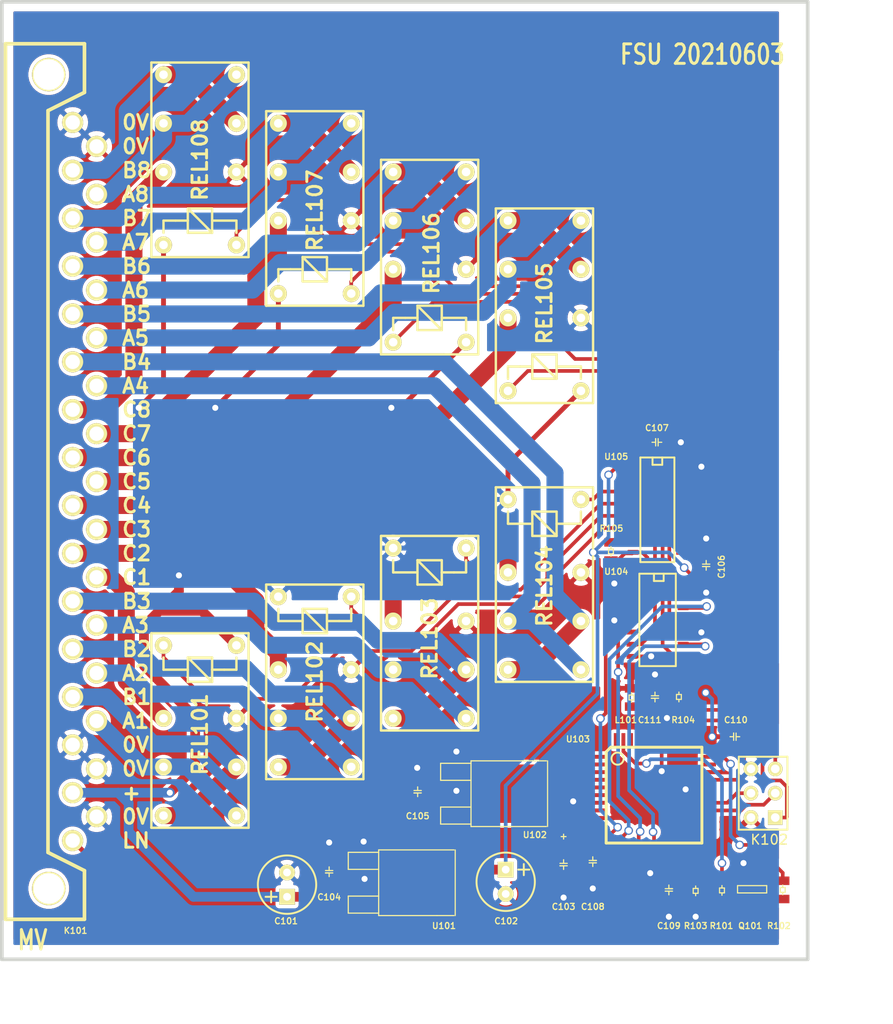
<source format=kicad_pcb>
(kicad_pcb (version 20171130) (host pcbnew "(5.1.5)-3")
  (title_block (title Fahrstromumschaltkarte\nFSU) (date 2021-05-30) (rev "0431 -") (company MV))
  (layers (0 F.Cu signal) (31 B.Cu signal) (34 B.Paste user) (35 F.Paste user) (36 B.SilkS user) (37 F.SilkS user) (38 B.Mask user) (39 F.Mask user) (44 Edge.Cuts user))
  (net 0 "")
  (net 1 +12V)
  (net 2 +3.3V)
  (net 3 +5V)
  (net 4 /A1)
  (net 5 /A2)
  (net 6 /A3)
  (net 7 /A4)
  (net 8 /A5)
  (net 9 /A6)
  (net 10 /A7)
  (net 11 /A8)
  (net 12 /B1)
  (net 13 /B3)
  (net 14 /B4)
  (net 15 /B6)
  (net 16 /C1)
  (net 17 /C2)
  (net 18 /C3)
  (net 19 /C4)
  (net 20 /C5)
  (net 21 /C6)
  (net 22 /C7)
  (net 23 /C8)
  (net 24 /Rel1)
  (net 25 /Rel2)
  (net 26 /Rel3)
  (net 27 /Rel4)
  (net 28 /Rel5)
  (net 29 /Rel6)
  (net 30 /Rel7)
  (net 31 /Rel8)
  (net 32 CommRX)
  (net 33 CommTX)
  (net 34 D+/Tx)
  (net 35 D-/Rx)
  (net 36 GND)
  (net 37 LN)
  (net 38 SPI_MOSI)
  (net 39 SPI_OE)
  (net 40 SPI_RCK)
  (net 41 SPI_SCK)
  (net 42 /B2)
  (net 43 /B5)
  (net 44 /B7)
  (net 45 /B8)
  (net 46 SPI_OE_3V3)
  (net 47 SPI_RCK_3V3)
  (net 48 SPI_MOSI_3V3)
  (net 49 SPI_SCK_3V3)
  (net 50 "Net-(K102-Pad1)")
  (net 51 "Net-(K102-Pad5)")
  (net 52 "Net-(C111-Pad1)")
  (net 53 "Net-(Q101-Pad2)")
  (module base:DIN41617-31 (layer F.Cu) (at 76.2 101.6 270)
    (fp_text reference K101 (at 46.9 2.2) (layer F.SilkS) (effects (font (size 0.635 0.635) (thickness 0.127))))
    (fp_text value DIN41617 hide)
    (pad H1 thru_hole circle (at -42.49928 5.00126 270) (size 3.50012 3.50012) (drill 3.2004) (layers *.Cu *.Mask F.SilkS))
    (pad 16 thru_hole circle (at 0 0 270) (size 2.19964 2.19964) (drill 1.50114) (layers *.Cu *.Mask F.SilkS) (net 20 /C5))
    (pad 14 thru_hole circle (at 5.00126 0 270) (size 2.19964 2.19964) (drill 1.50114) (layers *.Cu *.Mask F.SilkS) (net 18 /C3))
    (pad 10 thru_hole circle (at 15.00124 0 270) (size 2.19964 2.19964) (drill 1.50114) (layers *.Cu *.Mask F.SilkS) (net 6 /A3))
    (pad 12 thru_hole circle (at 9.99998 0 270) (size 2.19964 2.19964) (drill 1.50114) (layers *.Cu *.Mask F.SilkS) (net 16 /C1))
    (pad 4 thru_hole circle (at 29.99994 0 270) (size 2.19964 2.19964) (drill 1.50114) (layers *.Cu *.Mask F.SilkS) (net 36 GND))
    (pad 2 thru_hole circle (at 35.0012 0 270) (size 2.19964 2.19964) (drill 1.50114) (layers *.Cu *.Mask F.SilkS) (net 36 GND))
    (pad 6 thru_hole circle (at 25.00122 0 270) (size 2.19964 2.19964) (drill 1.50114) (layers *.Cu *.Mask F.SilkS) (net 4 /A1))
    (pad 8 thru_hole circle (at 19.99996 0 270) (size 2.19964 2.19964) (drill 1.50114) (layers *.Cu *.Mask F.SilkS) (net 5 /A2))
    (pad 24 thru_hole circle (at -19.99996 0 270) (size 2.19964 2.19964) (drill 1.50114) (layers *.Cu *.Mask F.SilkS) (net 9 /A6))
    (pad 22 thru_hole circle (at -14.9987 0 270) (size 2.19964 2.19964) (drill 1.50114) (layers *.Cu *.Mask F.SilkS) (net 8 /A5))
    (pad 18 thru_hole circle (at -4.99872 0 270) (size 2.19964 2.19964) (drill 1.50114) (layers *.Cu *.Mask F.SilkS) (net 22 /C7))
    (pad 20 thru_hole circle (at -9.99998 0 270) (size 2.19964 2.19964) (drill 1.50114) (layers *.Cu *.Mask F.SilkS) (net 7 /A4))
    (pad 28 thru_hole circle (at -29.99994 0 270) (size 2.19964 2.19964) (drill 1.50114) (layers *.Cu *.Mask F.SilkS) (net 11 /A8))
    (pad 26 thru_hole circle (at -24.99868 0 270) (size 2.19964 2.19964) (drill 1.50114) (layers *.Cu *.Mask F.SilkS) (net 10 /A7))
    (pad 30 thru_hole circle (at -34.99866 0 270) (size 2.19964 2.19964) (drill 1.50114) (layers *.Cu *.Mask F.SilkS) (net 36 GND))
    (pad 29 thru_hole circle (at -32.4993 2.5019 270) (size 2.19964 2.19964) (drill 1.50114) (layers *.Cu *.Mask F.SilkS) (net 45 /B8))
    (pad 25 thru_hole circle (at -22.49932 2.5019 270) (size 2.19964 2.19964) (drill 1.50114) (layers *.Cu *.Mask F.SilkS) (net 15 /B6))
    (pad 27 thru_hole circle (at -27.50058 2.5019 270) (size 2.19964 2.19964) (drill 1.50114) (layers *.Cu *.Mask F.SilkS) (net 44 /B7))
    (pad 19 thru_hole circle (at -7.50062 2.5019 270) (size 2.19964 2.19964) (drill 1.50114) (layers *.Cu *.Mask F.SilkS) (net 23 /C8))
    (pad 17 thru_hole circle (at -2.49936 2.5019 270) (size 2.19964 2.19964) (drill 1.50114) (layers *.Cu *.Mask F.SilkS) (net 21 /C6))
    (pad 21 thru_hole circle (at -12.49934 2.5019 270) (size 2.19964 2.19964) (drill 1.50114) (layers *.Cu *.Mask F.SilkS) (net 14 /B4))
    (pad 23 thru_hole circle (at -17.5006 2.5019 270) (size 2.19964 2.19964) (drill 1.50114) (layers *.Cu *.Mask F.SilkS) (net 43 /B5))
    (pad 7 thru_hole circle (at 22.49932 2.5019 270) (size 2.19964 2.19964) (drill 1.50114) (layers *.Cu *.Mask F.SilkS) (net 12 /B1))
    (pad 5 thru_hole circle (at 27.50058 2.5019 270) (size 2.19964 2.19964) (drill 1.50114) (layers *.Cu *.Mask F.SilkS) (net 36 GND))
    (pad 1 thru_hole circle (at 37.50056 2.5019 270) (size 2.19964 2.19964) (drill 1.50114) (layers *.Cu *.Mask F.SilkS) (net 37 LN))
    (pad 3 thru_hole circle (at 32.4993 2.5019 270) (size 2.19964 2.19964) (drill 1.50114) (layers *.Cu *.Mask F.SilkS) (net 1 +12V))
    (pad 11 thru_hole circle (at 12.49934 2.5019 270) (size 2.19964 2.19964) (drill 1.50114) (layers *.Cu *.Mask F.SilkS) (net 13 /B3))
    (pad 9 thru_hole circle (at 17.5006 2.5019 270) (size 2.19964 2.19964) (drill 1.50114) (layers *.Cu *.Mask F.SilkS) (net 42 /B2))
    (pad 13 thru_hole circle (at 7.50062 2.5019 270) (size 2.19964 2.19964) (drill 1.50114) (layers *.Cu *.Mask F.SilkS) (net 17 /C2))
    (pad 15 thru_hole circle (at 2.49936 2.5019 270) (size 2.19964 2.19964) (drill 1.50114) (layers *.Cu *.Mask F.SilkS) (net 19 /C4))
    (pad 31 thru_hole circle (at -37.50056 2.49936 270) (size 2.19964 2.19964) (drill 1.50114) (layers *.Cu *.Mask F.SilkS) (net 36 GND))
    (pad H2 thru_hole circle (at 42.50182 5.00126 270) (size 3.50012 3.50012) (drill 3.2004) (layers *.Cu *.Mask F.SilkS))
  )
  (module base:C1206Pol (layer F.Cu) (at 125 141.603 90)
    (fp_text reference C103 (at -4.397 0) (layer F.SilkS) (effects (font (size 0.635 0.635) (thickness 0.127))))
    (fp_text value 10uF hide)
    (pad 1 smd rect (at 1.397 0 90) (size 1.6002 1.8034) (layers F.Cu F.Paste F.Mask) (net 2 +3.3V))
    (pad 2 smd rect (at -1.397 0 90) (size 1.6002 1.8034) (layers F.Cu F.Paste F.Mask) (net 36 GND))
  )
  (module base:C1V6 (layer F.Cu) (at 118.95 143.4 270)
    (fp_text reference C102 (at 4.1 -0.05 180) (layer F.SilkS) (effects (font (size 0.635 0.635) (thickness 0.127))))
    (fp_text value 33u hide)
    (fp_text user + (at -1.27 -1.778 90) (layer F.SilkS) (effects (font (size 1.524 1.524) (thickness 0.2032))))
    (pad 2 thru_hole circle (at 1.27 0 270) (size 1.651 1.651) (drill 0.8128) (layers *.Cu *.Mask F.SilkS) (net 36 GND))
    (pad 1 thru_hole rect (at -1.27 0 270) (size 1.651 1.651) (drill 0.8128) (layers *.Cu *.Mask F.SilkS) (net 3 +5V))
  )
  (module base:C0805 (layer F.Cu) (at 134.75 97.5)
    (fp_text reference C107 (at 0 -1.5) (layer F.SilkS) (effects (font (size 0.635 0.635) (thickness 0.127))))
    (fp_text value 100n hide)
    (pad 2 smd rect (at 0.9525 0) (size 0.889 1.397) (layers F.Cu F.Paste F.Mask) (net 36 GND))
    (pad 1 smd rect (at -0.9525 0) (size 0.889 1.397) (layers F.Cu F.Paste F.Mask) (net 3 +5V))
  )
  (module base:SO14E (layer F.Cu) (at 134.95 116.05 270)
    (fp_text reference U104 (at -5.05 4.45 180) (layer F.SilkS) (effects (font (size 0.635 0.635) (thickness 0.127))))
    (fp_text value 74LS125 hide)
    (pad 14 smd rect (at -3.81 -2.54 270) (size 0.508 1.143) (layers F.Cu F.Paste F.Mask) (net 3 +5V))
    (pad 13 smd rect (at -2.54 -2.54 270) (size 0.508 1.143) (layers F.Cu F.Paste F.Mask) (net 36 GND))
    (pad 12 smd rect (at -1.27 -2.54 270) (size 0.508 1.143) (layers F.Cu F.Paste F.Mask) (net 47 SPI_RCK_3V3))
    (pad 11 smd rect (at 0 -2.54 270) (size 0.508 1.143) (layers F.Cu F.Paste F.Mask) (net 40 SPI_RCK))
    (pad 10 smd rect (at 1.27 -2.54 270) (size 0.508 1.143) (layers F.Cu F.Paste F.Mask) (net 36 GND))
    (pad 9 smd rect (at 2.54 -2.54 270) (size 0.508 1.143) (layers F.Cu F.Paste F.Mask) (net 49 SPI_SCK_3V3))
    (pad 8 smd rect (at 3.81 -2.54 270) (size 0.508 1.143) (layers F.Cu F.Paste F.Mask) (net 41 SPI_SCK))
    (pad 7 smd rect (at 3.81 2.794 270) (size 0.508 1.143) (layers F.Cu F.Paste F.Mask) (net 36 GND))
    (pad 6 smd rect (at 2.54 2.794 270) (size 0.508 1.143) (layers F.Cu F.Paste F.Mask) (net 38 SPI_MOSI))
    (pad 5 smd rect (at 1.27 2.794 270) (size 0.508 1.143) (layers F.Cu F.Paste F.Mask) (net 48 SPI_MOSI_3V3))
    (pad 4 smd rect (at 0 2.794 270) (size 0.508 1.143) (layers F.Cu F.Paste F.Mask) (net 36 GND))
    (pad 3 smd rect (at -1.27 2.794 270) (size 0.508 1.143) (layers F.Cu F.Paste F.Mask) (net 39 SPI_OE))
    (pad 2 smd rect (at -2.54 2.794 270) (size 0.508 1.143) (layers F.Cu F.Paste F.Mask) (net 46 SPI_OE_3V3))
    (pad 1 smd rect (at -3.81 2.794 270) (size 0.508 1.143) (layers F.Cu F.Paste F.Mask) (net 36 GND))
  )
  (module base:DPAK2-Reg (layer F.Cu) (at 104.15 143.5 270)
    (fp_text reference U101 (at 4.5 -8.35 180) (layer F.SilkS) (effects (font (size 0.635 0.635) (thickness 0.127))))
    (fp_text value LD1117 hide)
    (pad VI smd rect (at 2.286 0 270) (size 1.651 3.048) (layers F.Cu F.Paste F.Mask) (net 1 +12V))
    (pad VO smd rect (at 0 -6.35 270) (size 6.096 6.096) (layers F.Cu F.Paste F.Mask) (net 3 +5V))
    (pad GND smd rect (at -2.286 0 270) (size 1.651 3.048) (layers F.Cu F.Paste F.Mask) (net 36 GND))
  )
  (module base:Relay_MT2 (layer F.Cu) (at 123 112.36 270)
    (fp_text reference REL104 (at 0.14 0 270) (layer F.SilkS) (effects (font (size 1.524 1.524) (thickness 0.3048))))
    (fp_text value "MT2 C93402" hide)
    (pad 1 thru_hole circle (at -8.89 3.81 270) (size 1.778 1.778) (drill 0.89916) (layers *.Cu *.Mask F.SilkS) (net 1 +12V))
    (pad 2 thru_hole circle (at -8.89 -3.81 270) (size 1.778 1.778) (drill 0.89916) (layers *.Cu *.Mask F.SilkS) (net 24 /Rel1))
    (pad 3 thru_hole circle (at -1.27 3.81 270) (size 1.778 1.778) (drill 0.89916) (layers *.Cu *.Mask F.SilkS) (net 19 /C4))
    (pad 4 thru_hole circle (at 3.81 3.81 270) (size 1.778 1.778) (drill 0.89916) (layers *.Cu *.Mask F.SilkS) (net 7 /A4))
    (pad 5 thru_hole circle (at 8.89 3.81 270) (size 1.778 1.778) (drill 0.89916) (layers *.Cu *.Mask F.SilkS) (net 14 /B4))
    (pad 6 thru_hole circle (at -1.27 -3.81 270) (size 1.778 1.778) (drill 0.89916) (layers *.Cu *.Mask F.SilkS) (net 36 GND))
    (pad 7 thru_hole circle (at 3.81 -3.81 270) (size 1.778 1.778) (drill 0.89916) (layers *.Cu *.Mask F.SilkS) (net 14 /B4))
    (pad 8 thru_hole circle (at 8.89 -3.81 270) (size 1.778 1.778) (drill 0.89916) (layers *.Cu *.Mask F.SilkS) (net 7 /A4))
  )
  (module base:SO16E (layer F.Cu) (at 134.8 104.55 270)
    (fp_text reference U105 (at -5.55 4.3) (layer F.SilkS) (effects (font (size 0.635 0.635) (thickness 0.127))))
    (fp_text value TPIC6C596D hide)
    (pad 1 smd rect (at -4.445 2.54 270) (size 0.508 1.143) (layers F.Cu F.Paste F.Mask) (net 3 +5V))
    (pad 2 smd rect (at -3.175 2.54 270) (size 0.508 1.143) (layers F.Cu F.Paste F.Mask) (net 38 SPI_MOSI))
    (pad 3 smd rect (at -1.905 2.54 270) (size 0.508 1.143) (layers F.Cu F.Paste F.Mask) (net 24 /Rel1))
    (pad 4 smd rect (at -0.635 2.54 270) (size 0.508 1.143) (layers F.Cu F.Paste F.Mask) (net 25 /Rel2))
    (pad 5 smd rect (at 0.635 2.54 270) (size 0.508 1.143) (layers F.Cu F.Paste F.Mask) (net 26 /Rel3))
    (pad 6 smd rect (at 1.905 2.54 270) (size 0.508 1.143) (layers F.Cu F.Paste F.Mask) (net 27 /Rel4))
    (pad 7 smd rect (at 3.175 2.54 270) (size 0.508 1.143) (layers F.Cu F.Paste F.Mask) (net 3 +5V))
    (pad 8 smd rect (at 4.445 2.54 270) (size 0.508 1.143) (layers F.Cu F.Paste F.Mask) (net 39 SPI_OE))
    (pad 9 smd rect (at 4.445 -2.54 270) (size 0.508 1.143) (layers F.Cu F.Paste F.Mask))
    (pad 10 smd rect (at 3.175 -2.54 270) (size 0.508 1.143) (layers F.Cu F.Paste F.Mask) (net 40 SPI_RCK))
    (pad 11 smd rect (at 1.905 -2.54 270) (size 0.508 1.143) (layers F.Cu F.Paste F.Mask) (net 28 /Rel5))
    (pad 12 smd rect (at 0.635 -2.54 270) (size 0.508 1.143) (layers F.Cu F.Paste F.Mask) (net 29 /Rel6))
    (pad 13 smd rect (at -0.635 -2.54 270) (size 0.508 1.143) (layers F.Cu F.Paste F.Mask) (net 30 /Rel7))
    (pad 14 smd rect (at -1.905 -2.54 270) (size 0.508 1.143) (layers F.Cu F.Paste F.Mask) (net 31 /Rel8))
    (pad 15 smd rect (at -3.175 -2.54 270) (size 0.508 1.143) (layers F.Cu F.Paste F.Mask) (net 41 SPI_SCK))
    (pad 16 smd rect (at -4.445 -2.54 270) (size 0.508 1.143) (layers F.Cu F.Paste F.Mask) (net 36 GND))
  )
  (module base:Relay_MT2 (layer F.Cu) (at 123 83.24 90)
    (fp_text reference REL105 (at 0.24 0 90) (layer F.SilkS) (effects (font (size 1.524 1.524) (thickness 0.3048))))
    (fp_text value "MT2 C93402" hide)
    (pad 8 thru_hole circle (at 8.89 -3.81 90) (size 1.778 1.778) (drill 0.89916) (layers *.Cu *.Mask F.SilkS) (net 43 /B5))
    (pad 7 thru_hole circle (at 3.81 -3.81 90) (size 1.778 1.778) (drill 0.89916) (layers *.Cu *.Mask F.SilkS) (net 8 /A5))
    (pad 6 thru_hole circle (at -1.27 -3.81 90) (size 1.778 1.778) (drill 0.89916) (layers *.Cu *.Mask F.SilkS) (net 20 /C5))
    (pad 5 thru_hole circle (at 8.89 3.81 90) (size 1.778 1.778) (drill 0.89916) (layers *.Cu *.Mask F.SilkS) (net 8 /A5))
    (pad 4 thru_hole circle (at 3.81 3.81 90) (size 1.778 1.778) (drill 0.89916) (layers *.Cu *.Mask F.SilkS) (net 43 /B5))
    (pad 3 thru_hole circle (at -1.27 3.81 90) (size 1.778 1.778) (drill 0.89916) (layers *.Cu *.Mask F.SilkS) (net 36 GND))
    (pad 2 thru_hole circle (at -8.89 -3.81 90) (size 1.778 1.778) (drill 0.89916) (layers *.Cu *.Mask F.SilkS) (net 31 /Rel8))
    (pad 1 thru_hole circle (at -8.89 3.81 90) (size 1.778 1.778) (drill 0.89916) (layers *.Cu *.Mask F.SilkS) (net 1 +12V))
  )
  (module base:Relay_MT2 (layer F.Cu) (at 87 127.6 270)
    (fp_text reference REL101 (at 0.4 0 90) (layer F.SilkS) (effects (font (size 1.524 1.524) (thickness 0.3048))))
    (fp_text value "MT2 C93402" hide)
    (pad 1 thru_hole circle (at -8.89 3.81 270) (size 1.778 1.778) (drill 0.89916) (layers *.Cu *.Mask F.SilkS) (net 27 /Rel4))
    (pad 2 thru_hole circle (at -8.89 -3.81 270) (size 1.778 1.778) (drill 0.89916) (layers *.Cu *.Mask F.SilkS) (net 1 +12V))
    (pad 3 thru_hole circle (at -1.27 3.81 270) (size 1.778 1.778) (drill 0.89916) (layers *.Cu *.Mask F.SilkS) (net 16 /C1))
    (pad 4 thru_hole circle (at 3.81 3.81 270) (size 1.778 1.778) (drill 0.89916) (layers *.Cu *.Mask F.SilkS) (net 4 /A1))
    (pad 5 thru_hole circle (at 8.89 3.81 270) (size 1.778 1.778) (drill 0.89916) (layers *.Cu *.Mask F.SilkS) (net 12 /B1))
    (pad 6 thru_hole circle (at -1.27 -3.81 270) (size 1.778 1.778) (drill 0.89916) (layers *.Cu *.Mask F.SilkS) (net 36 GND))
    (pad 7 thru_hole circle (at 3.81 -3.81 270) (size 1.778 1.778) (drill 0.89916) (layers *.Cu *.Mask F.SilkS) (net 12 /B1))
    (pad 8 thru_hole circle (at 8.89 -3.81 270) (size 1.778 1.778) (drill 0.89916) (layers *.Cu *.Mask F.SilkS) (net 4 /A1))
  )
  (module base:C0805 (layer F.Cu) (at 109.75 133.9975 90)
    (fp_text reference C105 (at -2.54 0) (layer F.SilkS) (effects (font (size 0.635 0.635) (thickness 0.127))))
    (fp_text value 100n hide)
    (pad 1 smd rect (at -0.9525 0 90) (size 0.889 1.397) (layers F.Cu F.Paste F.Mask) (net 3 +5V))
    (pad 2 smd rect (at 0.9525 0 90) (size 0.889 1.397) (layers F.Cu F.Paste F.Mask) (net 36 GND))
  )
  (module base:C0805 (layer F.Cu) (at 139.9 110.3525 90)
    (fp_text reference C106 (at -0.1475 1.6 270) (layer F.SilkS) (effects (font (size 0.635 0.635) (thickness 0.127))))
    (fp_text value 100n hide)
    (pad 1 smd rect (at -0.9525 0 90) (size 0.889 1.397) (layers F.Cu F.Paste F.Mask) (net 3 +5V))
    (pad 2 smd rect (at 0.9525 0 90) (size 0.889 1.397) (layers F.Cu F.Paste F.Mask) (net 36 GND))
  )
  (module base:C0805 (layer F.Cu) (at 100.5 142.3525 90)
    (fp_text reference C104 (at -2.6475 0 180) (layer F.SilkS) (effects (font (size 0.635 0.635) (thickness 0.127))))
    (fp_text value 100n hide)
    (pad 1 smd rect (at -0.9525 0 90) (size 0.889 1.397) (layers F.Cu F.Paste F.Mask) (net 1 +12V))
    (pad 2 smd rect (at 0.9525 0 90) (size 0.889 1.397) (layers F.Cu F.Paste F.Mask) (net 36 GND))
  )
  (module base:C1V6 (layer F.Cu) (at 96.1 143.7 90)
    (fp_text reference C101 (at -3.8 -0.1 180) (layer F.SilkS) (effects (font (size 0.635 0.635) (thickness 0.127))))
    (fp_text value 33u hide)
    (fp_text user + (at -1.27 -1.778 90) (layer F.SilkS) (effects (font (size 1.524 1.524) (thickness 0.2032))))
    (pad 1 thru_hole rect (at -1.27 0 90) (size 1.651 1.651) (drill 0.8128) (layers *.Cu *.Mask F.SilkS) (net 1 +12V))
    (pad 2 thru_hole circle (at 1.27 0 90) (size 1.651 1.651) (drill 0.8128) (layers *.Cu *.Mask F.SilkS) (net 36 GND))
  )
  (module base:C0805 (layer F.Cu) (at 142.8975 128.25)
    (fp_text reference C110 (at 0.1025 -1.75) (layer F.SilkS) (effects (font (size 0.635 0.635) (thickness 0.127))))
    (fp_text value 100nF hide)
    (pad 2 smd rect (at 0.9525 0) (size 0.889 1.397) (layers F.Cu F.Paste F.Mask) (net 36 GND))
    (pad 1 smd rect (at -0.9525 0) (size 0.889 1.397) (layers F.Cu F.Paste F.Mask) (net 2 +3.3V))
  )
  (module base:C0805 (layer F.Cu) (at 128.05 141.2975 270)
    (fp_text reference C108 (at 4.7025 0) (layer F.SilkS) (effects (font (size 0.635 0.635) (thickness 0.127))))
    (fp_text value 100nF hide)
    (pad 2 smd rect (at 0.9525 0 270) (size 0.889 1.397) (layers F.Cu F.Paste F.Mask) (net 36 GND))
    (pad 1 smd rect (at -0.9525 0 270) (size 0.889 1.397) (layers F.Cu F.Paste F.Mask) (net 2 +3.3V))
  )
  (module base:C0805 (layer F.Cu) (at 136 144.2525 270)
    (fp_text reference C109 (at 3.7475 0) (layer F.SilkS) (effects (font (size 0.635 0.635) (thickness 0.127))))
    (fp_text value 100nF hide)
    (pad 1 smd rect (at -0.9525 0 270) (size 0.889 1.397) (layers F.Cu F.Paste F.Mask) (net 2 +3.3V))
    (pad 2 smd rect (at 0.9525 0 270) (size 0.889 1.397) (layers F.Cu F.Paste F.Mask) (net 36 GND))
  )
  (module base:C0805 (layer F.Cu) (at 134.55 124.1025 90)
    (fp_text reference C111 (at -2.3975 -0.55 180) (layer F.SilkS) (effects (font (size 0.635 0.635) (thickness 0.127))))
    (fp_text value 100nF hide)
    (pad 2 smd rect (at 0.9525 0 90) (size 0.889 1.397) (layers F.Cu F.Paste F.Mask) (net 36 GND))
    (pad 1 smd rect (at -0.9525 0 90) (size 0.889 1.397) (layers F.Cu F.Paste F.Mask) (net 52 "Net-(C111-Pad1)"))
  )
  (module base:header_3x2 (layer F.Cu) (at 145.85 134.15 90)
    (fp_text reference K102 (at -4.85 0.65) (layer F.SilkS) (effects (font (size 1.016 1.016) (thickness 0.1524))))
    (fp_text value ISP6 hide)
    (pad 1 thru_hole rect (at -2.54 1.27 90) (size 1.524 1.524) (drill 0.89916) (layers *.Cu *.Mask F.SilkS) (net 50 "Net-(K102-Pad1)"))
    (pad 2 thru_hole circle (at -2.54 -1.27 90) (size 1.524 1.524) (drill 0.89916) (layers *.Cu *.Mask F.SilkS) (net 2 +3.3V))
    (pad 3 thru_hole circle (at 0 1.27 90) (size 1.524 1.524) (drill 0.89916) (layers *.Cu *.Mask F.SilkS) (net 35 D-/Rx))
    (pad 4 thru_hole circle (at 0 -1.27 90) (size 1.524 1.524) (drill 0.89916) (layers *.Cu *.Mask F.SilkS) (net 34 D+/Tx))
    (pad 5 thru_hole circle (at 2.54 1.27 90) (size 1.524 1.524) (drill 0.89916) (layers *.Cu *.Mask F.SilkS) (net 51 "Net-(K102-Pad5)"))
    (pad 6 thru_hole circle (at 2.54 -1.27 90) (size 1.524 1.524) (drill 0.89916) (layers *.Cu *.Mask F.SilkS) (net 36 GND))
  )
  (module base:R0805 (layer F.Cu) (at 132.1 124.1525 270)
    (fp_text reference L101 (at 2.3475 0.6 180) (layer F.SilkS) (effects (font (size 0.635 0.635) (thickness 0.127))))
    (fp_text value 10uH hide)
    (pad 1 smd rect (at -0.9525 0 270) (size 0.889 1.397) (layers F.Cu F.Paste F.Mask) (net 2 +3.3V))
    (pad 2 smd rect (at 0.9525 0 270) (size 0.889 1.397) (layers F.Cu F.Paste F.Mask) (net 52 "Net-(C111-Pad1)"))
  )
  (module base:SOT23EBC (layer F.Cu) (at 144.7 144.184)
    (fp_text reference Q101 (at -0.2 3.816) (layer F.SilkS) (effects (font (size 0.635 0.635) (thickness 0.127))))
    (fp_text value BC848 hide)
    (pad 1 smd rect (at -0.889 -1.016) (size 0.9144 0.9144) (layers F.Cu F.Paste F.Mask) (net 36 GND))
    (pad 2 smd rect (at 0.889 -1.016) (size 0.9144 0.9144) (layers F.Cu F.Paste F.Mask) (net 53 "Net-(Q101-Pad2)"))
    (pad 3 smd rect (at 0 1.016) (size 0.9144 0.9144) (layers F.Cu F.Paste F.Mask) (net 37 LN))
  )
  (module base:R0805 (layer F.Cu) (at 129.95 108.9025 270)
    (fp_text reference R105 (at -2.4025 -0.05 180) (layer F.SilkS) (effects (font (size 0.635 0.635) (thickness 0.127))))
    (fp_text value 10k hide)
    (pad 1 smd rect (at -0.9525 0 270) (size 0.889 1.397) (layers F.Cu F.Paste F.Mask) (net 3 +5V))
    (pad 2 smd rect (at 0.9525 0 270) (size 0.889 1.397) (layers F.Cu F.Paste F.Mask) (net 39 SPI_OE))
  )
  (module base:R0805 (layer F.Cu) (at 141.55 144.3025 90)
    (fp_text reference R101 (at -3.6975 -0.05 180) (layer F.SilkS) (effects (font (size 0.635 0.635) (thickness 0.127))))
    (fp_text value 68k hide)
    (pad 1 smd rect (at -0.9525 0 90) (size 0.889 1.397) (layers F.Cu F.Paste F.Mask) (net 37 LN))
    (pad 2 smd rect (at 0.9525 0 90) (size 0.889 1.397) (layers F.Cu F.Paste F.Mask) (net 32 CommRX))
  )
  (module base:R0805 (layer F.Cu) (at 147.9 144.2475 90)
    (fp_text reference R102 (at -3.7525 -0.4 180) (layer F.SilkS) (effects (font (size 0.635 0.635) (thickness 0.127))))
    (fp_text value 1k hide)
    (pad 2 smd rect (at 0.9525 0 90) (size 0.889 1.397) (layers F.Cu F.Paste F.Mask) (net 33 CommTX))
    (pad 1 smd rect (at -0.9525 0 90) (size 0.889 1.397) (layers F.Cu F.Paste F.Mask) (net 53 "Net-(Q101-Pad2)"))
  )
  (module base:R0805 (layer F.Cu) (at 138.8 144.3475 270)
    (fp_text reference R103 (at 3.6525 0) (layer F.SilkS) (effects (font (size 0.635 0.635) (thickness 0.127))))
    (fp_text value 10k hide)
    (pad 2 smd rect (at 0.9525 0 270) (size 0.889 1.397) (layers F.Cu F.Paste F.Mask) (net 36 GND))
    (pad 1 smd rect (at -0.9525 0 270) (size 0.889 1.397) (layers F.Cu F.Paste F.Mask) (net 32 CommRX))
  )
  (module base:R0805 (layer F.Cu) (at 137.05 124.0975 270)
    (fp_text reference R104 (at 2.4025 -0.45 180) (layer F.SilkS) (effects (font (size 0.635 0.635) (thickness 0.127))))
    (fp_text value 10k hide)
    (pad 2 smd rect (at 0.9525 0 270) (size 0.889 1.397) (layers F.Cu F.Paste F.Mask) (net 51 "Net-(K102-Pad5)"))
    (pad 1 smd rect (at -0.9525 0 270) (size 0.889 1.397) (layers F.Cu F.Paste F.Mask) (net 2 +3.3V))
  )
  (module base:Relay_MT2 (layer F.Cu) (at 99 122.52 270)
    (fp_text reference REL102 (at -0.02 0 270) (layer F.SilkS) (effects (font (size 1.524 1.524) (thickness 0.3048))))
    (fp_text value "MT2 C93402" hide)
    (pad 1 thru_hole circle (at -8.89 3.81 270) (size 1.778 1.778) (drill 0.89916) (layers *.Cu *.Mask F.SilkS) (net 1 +12V))
    (pad 2 thru_hole circle (at -8.89 -3.81 270) (size 1.778 1.778) (drill 0.89916) (layers *.Cu *.Mask F.SilkS) (net 26 /Rel3))
    (pad 3 thru_hole circle (at -1.27 3.81 270) (size 1.778 1.778) (drill 0.89916) (layers *.Cu *.Mask F.SilkS) (net 17 /C2))
    (pad 4 thru_hole circle (at 3.81 3.81 270) (size 1.778 1.778) (drill 0.89916) (layers *.Cu *.Mask F.SilkS) (net 5 /A2))
    (pad 5 thru_hole circle (at 8.89 3.81 270) (size 1.778 1.778) (drill 0.89916) (layers *.Cu *.Mask F.SilkS) (net 42 /B2))
    (pad 6 thru_hole circle (at -1.27 -3.81 270) (size 1.778 1.778) (drill 0.89916) (layers *.Cu *.Mask F.SilkS) (net 36 GND))
    (pad 7 thru_hole circle (at 3.81 -3.81 270) (size 1.778 1.778) (drill 0.89916) (layers *.Cu *.Mask F.SilkS) (net 42 /B2))
    (pad 8 thru_hole circle (at 8.89 -3.81 270) (size 1.778 1.778) (drill 0.89916) (layers *.Cu *.Mask F.SilkS) (net 5 /A2))
  )
  (module base:Relay_MT2 (layer F.Cu) (at 111 117.44 270)
    (fp_text reference REL103 (at 0.56 0 270) (layer F.SilkS) (effects (font (size 1.524 1.524) (thickness 0.3048))))
    (fp_text value "MT2 C93402" hide)
    (pad 8 thru_hole circle (at 8.89 -3.81 270) (size 1.778 1.778) (drill 0.89916) (layers *.Cu *.Mask F.SilkS) (net 6 /A3))
    (pad 7 thru_hole circle (at 3.81 -3.81 270) (size 1.778 1.778) (drill 0.89916) (layers *.Cu *.Mask F.SilkS) (net 13 /B3))
    (pad 6 thru_hole circle (at -1.27 -3.81 270) (size 1.778 1.778) (drill 0.89916) (layers *.Cu *.Mask F.SilkS) (net 36 GND))
    (pad 5 thru_hole circle (at 8.89 3.81 270) (size 1.778 1.778) (drill 0.89916) (layers *.Cu *.Mask F.SilkS) (net 13 /B3))
    (pad 4 thru_hole circle (at 3.81 3.81 270) (size 1.778 1.778) (drill 0.89916) (layers *.Cu *.Mask F.SilkS) (net 6 /A3))
    (pad 3 thru_hole circle (at -1.27 3.81 270) (size 1.778 1.778) (drill 0.89916) (layers *.Cu *.Mask F.SilkS) (net 18 /C3))
    (pad 2 thru_hole circle (at -8.89 -3.81 270) (size 1.778 1.778) (drill 0.89916) (layers *.Cu *.Mask F.SilkS) (net 25 /Rel2))
    (pad 1 thru_hole circle (at -8.89 3.81 270) (size 1.778 1.778) (drill 0.89916) (layers *.Cu *.Mask F.SilkS) (net 1 +12V))
  )
  (module base:Relay_MT2 (layer F.Cu) (at 111 78.16 90)
    (fp_text reference REL106 (at 0.4 0.2 270) (layer F.SilkS) (effects (font (size 1.524 1.524) (thickness 0.3048))))
    (fp_text value "MT2 C93402" hide)
    (pad 1 thru_hole circle (at -8.89 3.81 90) (size 1.778 1.778) (drill 0.89916) (layers *.Cu *.Mask F.SilkS) (net 1 +12V))
    (pad 2 thru_hole circle (at -8.89 -3.81 90) (size 1.778 1.778) (drill 0.89916) (layers *.Cu *.Mask F.SilkS) (net 30 /Rel7))
    (pad 3 thru_hole circle (at -1.27 3.81 90) (size 1.778 1.778) (drill 0.89916) (layers *.Cu *.Mask F.SilkS) (net 36 GND))
    (pad 4 thru_hole circle (at 3.81 3.81 90) (size 1.778 1.778) (drill 0.89916) (layers *.Cu *.Mask F.SilkS) (net 15 /B6))
    (pad 5 thru_hole circle (at 8.89 3.81 90) (size 1.778 1.778) (drill 0.89916) (layers *.Cu *.Mask F.SilkS) (net 9 /A6))
    (pad 6 thru_hole circle (at -1.27 -3.81 90) (size 1.778 1.778) (drill 0.89916) (layers *.Cu *.Mask F.SilkS) (net 21 /C6))
    (pad 7 thru_hole circle (at 3.81 -3.81 90) (size 1.778 1.778) (drill 0.89916) (layers *.Cu *.Mask F.SilkS) (net 9 /A6))
    (pad 8 thru_hole circle (at 8.89 -3.81 90) (size 1.778 1.778) (drill 0.89916) (layers *.Cu *.Mask F.SilkS) (net 15 /B6))
  )
  (module base:Relay_MT2 (layer F.Cu) (at 99 73.08 90)
    (fp_text reference REL107 (at -0.2 0 90) (layer F.SilkS) (effects (font (size 1.524 1.524) (thickness 0.3048))))
    (fp_text value "MT2 C93402" hide)
    (pad 1 thru_hole circle (at -8.89 3.81 90) (size 1.778 1.778) (drill 0.89916) (layers *.Cu *.Mask F.SilkS) (net 29 /Rel6))
    (pad 2 thru_hole circle (at -8.89 -3.81 90) (size 1.778 1.778) (drill 0.89916) (layers *.Cu *.Mask F.SilkS) (net 1 +12V))
    (pad 3 thru_hole circle (at -1.27 3.81 90) (size 1.778 1.778) (drill 0.89916) (layers *.Cu *.Mask F.SilkS) (net 36 GND))
    (pad 4 thru_hole circle (at 3.81 3.81 90) (size 1.778 1.778) (drill 0.89916) (layers *.Cu *.Mask F.SilkS) (net 44 /B7))
    (pad 5 thru_hole circle (at 8.89 3.81 90) (size 1.778 1.778) (drill 0.89916) (layers *.Cu *.Mask F.SilkS) (net 10 /A7))
    (pad 6 thru_hole circle (at -1.27 -3.81 90) (size 1.778 1.778) (drill 0.89916) (layers *.Cu *.Mask F.SilkS) (net 22 /C7))
    (pad 7 thru_hole circle (at 3.81 -3.81 90) (size 1.778 1.778) (drill 0.89916) (layers *.Cu *.Mask F.SilkS) (net 10 /A7))
    (pad 8 thru_hole circle (at 8.89 -3.81 90) (size 1.778 1.778) (drill 0.89916) (layers *.Cu *.Mask F.SilkS) (net 44 /B7))
  )
  (module base:Relay_MT2 (layer F.Cu) (at 87 68 90)
    (fp_text reference REL108 (at 0 0 90) (layer F.SilkS) (effects (font (size 1.524 1.524) (thickness 0.3048))))
    (fp_text value "MT2 C93402" hide)
    (pad 8 thru_hole circle (at 8.89 -3.81 90) (size 1.778 1.778) (drill 0.89916) (layers *.Cu *.Mask F.SilkS) (net 45 /B8))
    (pad 7 thru_hole circle (at 3.81 -3.81 90) (size 1.778 1.778) (drill 0.89916) (layers *.Cu *.Mask F.SilkS) (net 11 /A8))
    (pad 6 thru_hole circle (at -1.27 -3.81 90) (size 1.778 1.778) (drill 0.89916) (layers *.Cu *.Mask F.SilkS) (net 23 /C8))
    (pad 5 thru_hole circle (at 8.89 3.81 90) (size 1.778 1.778) (drill 0.89916) (layers *.Cu *.Mask F.SilkS) (net 11 /A8))
    (pad 4 thru_hole circle (at 3.81 3.81 90) (size 1.778 1.778) (drill 0.89916) (layers *.Cu *.Mask F.SilkS) (net 45 /B8))
    (pad 3 thru_hole circle (at -1.27 3.81 90) (size 1.778 1.778) (drill 0.89916) (layers *.Cu *.Mask F.SilkS) (net 36 GND))
    (pad 2 thru_hole circle (at -8.89 -3.81 90) (size 1.778 1.778) (drill 0.89916) (layers *.Cu *.Mask F.SilkS) (net 1 +12V))
    (pad 1 thru_hole circle (at -8.89 3.81 90) (size 1.778 1.778) (drill 0.89916) (layers *.Cu *.Mask F.SilkS) (net 28 /Rel5))
  )
  (module base:DPAK2-Reg (layer F.Cu) (at 113.8 134.2 270)
    (fp_text reference U102 (at 4.3 -8.2 180) (layer F.SilkS) (effects (font (size 0.635 0.635) (thickness 0.127))))
    (fp_text value LD1117 hide)
    (pad GND smd rect (at -2.286 0 270) (size 1.651 3.048) (layers F.Cu F.Paste F.Mask) (net 36 GND))
    (pad VO smd rect (at 0 -6.35 270) (size 6.096 6.096) (layers F.Cu F.Paste F.Mask) (net 2 +3.3V))
    (pad VI smd rect (at 2.286 0 270) (size 1.651 3.048) (layers F.Cu F.Paste F.Mask) (net 3 +5V))
  )
  (module base:TQFP44 (layer F.Cu) (at 134.45 134.35)
    (fp_text reference U103 (at -7.95 -5.85 180) (layer F.SilkS) (effects (font (size 0.635 0.635) (thickness 0.127))))
    (fp_text value ATXMEGA32A4U hide)
    (pad 1 smd rect (at -5.715 -4.0005) (size 1.524 0.4064) (layers F.Cu F.Paste F.Mask))
    (pad 33 smd rect (at 5.715 -4.0005) (size 1.524 0.4064) (layers F.Cu F.Paste F.Mask) (net 33 CommTX))
    (pad 32 smd rect (at 5.715 -3.2004) (size 1.524 0.4064) (layers F.Cu F.Paste F.Mask))
    (pad 2 smd rect (at -5.715 -3.2004) (size 1.524 0.4064) (layers F.Cu F.Paste F.Mask))
    (pad 3 smd rect (at -5.715 -2.4003) (size 1.524 0.4064) (layers F.Cu F.Paste F.Mask))
    (pad 31 smd rect (at 5.715 -2.4003) (size 1.524 0.4064) (layers F.Cu F.Paste F.Mask) (net 2 +3.3V))
    (pad 30 smd rect (at 5.715 -1.6002) (size 1.524 0.4064) (layers F.Cu F.Paste F.Mask) (net 36 GND))
    (pad 4 smd rect (at -5.715 -1.6002) (size 1.524 0.4064) (layers F.Cu F.Paste F.Mask))
    (pad 5 smd rect (at -5.715 -0.8001) (size 1.524 0.4064) (layers F.Cu F.Paste F.Mask))
    (pad 29 smd rect (at 5.715 -0.8001) (size 1.524 0.4064) (layers F.Cu F.Paste F.Mask))
    (pad 23 smd rect (at 5.715 4.0005) (size 1.524 0.4064) (layers F.Cu F.Paste F.Mask))
    (pad 11 smd rect (at -5.715 4.0005) (size 1.524 0.4064) (layers F.Cu F.Paste F.Mask) (net 46 SPI_OE_3V3))
    (pad 10 smd rect (at -5.715 3.2004) (size 1.524 0.4064) (layers F.Cu F.Paste F.Mask))
    (pad 24 smd rect (at 5.715 3.2004) (size 1.524 0.4064) (layers F.Cu F.Paste F.Mask))
    (pad 25 smd rect (at 5.715 2.4003) (size 1.524 0.4064) (layers F.Cu F.Paste F.Mask))
    (pad 9 smd rect (at -5.715 2.4003) (size 1.524 0.4064) (layers F.Cu F.Paste F.Mask) (net 2 +3.3V))
    (pad 8 smd rect (at -5.715 1.6002) (size 1.524 0.4064) (layers F.Cu F.Paste F.Mask) (net 36 GND))
    (pad 26 smd rect (at 5.715 1.6002) (size 1.524 0.4064) (layers F.Cu F.Paste F.Mask) (net 35 D-/Rx))
    (pad 27 smd rect (at 5.715 0.8001) (size 1.524 0.4064) (layers F.Cu F.Paste F.Mask) (net 34 D+/Tx))
    (pad 7 smd rect (at -5.715 0.8001) (size 1.524 0.4064) (layers F.Cu F.Paste F.Mask))
    (pad 28 smd rect (at 5.715 0) (size 1.524 0.4064) (layers F.Cu F.Paste F.Mask))
    (pad 6 smd rect (at -5.715 0) (size 1.524 0.4064) (layers F.Cu F.Paste F.Mask))
    (pad 22 smd rect (at 4.0005 5.715) (size 0.4064 1.524) (layers F.Cu F.Paste F.Mask))
    (pad 21 smd rect (at 3.2004 5.715) (size 0.4064 1.524) (layers F.Cu F.Paste F.Mask))
    (pad 20 smd rect (at 2.4003 5.715) (size 0.4064 1.524) (layers F.Cu F.Paste F.Mask))
    (pad 19 smd rect (at 1.6002 5.715) (size 0.4064 1.524) (layers F.Cu F.Paste F.Mask) (net 2 +3.3V))
    (pad 18 smd rect (at 0.8001 5.715) (size 0.4064 1.524) (layers F.Cu F.Paste F.Mask) (net 36 GND))
    (pad 12 smd rect (at -4.0005 5.715) (size 0.4064 1.524) (layers F.Cu F.Paste F.Mask))
    (pad 13 smd rect (at -3.2004 5.715) (size 0.4064 1.524) (layers F.Cu F.Paste F.Mask) (net 47 SPI_RCK_3V3))
    (pad 14 smd rect (at -2.4003 5.715) (size 0.4064 1.524) (layers F.Cu F.Paste F.Mask))
    (pad 15 smd rect (at -1.6002 5.715) (size 0.4064 1.524) (layers F.Cu F.Paste F.Mask) (net 48 SPI_MOSI_3V3))
    (pad 16 smd rect (at -0.8001 5.715) (size 0.4064 1.524) (layers F.Cu F.Paste F.Mask))
    (pad 17 smd rect (at 0 5.715) (size 0.4064 1.524) (layers F.Cu F.Paste F.Mask) (net 49 SPI_SCK_3V3))
    (pad 34 smd rect (at 4.0005 -5.715) (size 0.4064 1.524) (layers F.Cu F.Paste F.Mask) (net 50 "Net-(K102-Pad1)"))
    (pad 35 smd rect (at 3.2004 -5.715) (size 0.4064 1.524) (layers F.Cu F.Paste F.Mask) (net 51 "Net-(K102-Pad5)"))
    (pad 36 smd rect (at 2.4003 -5.715) (size 0.4064 1.524) (layers F.Cu F.Paste F.Mask))
    (pad 37 smd rect (at 1.6002 -5.715) (size 0.4064 1.524) (layers F.Cu F.Paste F.Mask))
    (pad 38 smd rect (at 0.8001 -5.715) (size 0.4064 1.524) (layers F.Cu F.Paste F.Mask) (net 36 GND))
    (pad 44 smd rect (at -4.0005 -5.715) (size 0.4064 1.524) (layers F.Cu F.Paste F.Mask))
    (pad 43 smd rect (at -3.2004 -5.715) (size 0.4064 1.524) (layers F.Cu F.Paste F.Mask) (net 32 CommRX))
    (pad 42 smd rect (at -2.4003 -5.715) (size 0.4064 1.524) (layers F.Cu F.Paste F.Mask))
    (pad 41 smd rect (at -1.6002 -5.715) (size 0.4064 1.524) (layers F.Cu F.Paste F.Mask))
    (pad 40 smd rect (at -0.8001 -5.715) (size 0.4064 1.524) (layers F.Cu F.Paste F.Mask))
    (pad 39 smd rect (at 0 -5.715) (size 0.4064 1.524) (layers F.Cu F.Paste F.Mask) (net 52 "Net-(C111-Pad1)"))
  )
  (gr_text 0V (at 78.6981 64.10056) (layer F.SilkS) (effects (font (size 1.524 1.524) (thickness 0.3048)) (justify left)))
  (gr_text 0V (at 78.6981 66.60056) (layer F.SilkS) (effects (font (size 1.524 1.524) (thickness 0.3048)) (justify left)))
  (gr_text B8 (at 78.6981 69.10056) (layer F.SilkS) (effects (font (size 1.524 1.524) (thickness 0.3048)) (justify left)))
  (gr_text A8 (at 78.6981 71.60056) (layer F.SilkS) (effects (font (size 1.524 1.524) (thickness 0.3048)) (justify left)))
  (gr_text B7 (at 78.6981 74.10056) (layer F.SilkS) (effects (font (size 1.524 1.524) (thickness 0.3048)) (justify left)))
  (gr_text A7 (at 78.6981 76.60056) (layer F.SilkS) (effects (font (size 1.524 1.524) (thickness 0.3048)) (justify left)))
  (gr_text B6 (at 78.6981 79.10056) (layer F.SilkS) (effects (font (size 1.524 1.524) (thickness 0.3048)) (justify left)))
  (gr_text A6 (at 78.6981 81.60056) (layer F.SilkS) (effects (font (size 1.524 1.524) (thickness 0.3048)) (justify left)))
  (gr_text B5 (at 78.6981 84.10056) (layer F.SilkS) (effects (font (size 1.524 1.524) (thickness 0.3048)) (justify left)))
  (gr_text A5 (at 78.6981 86.60056) (layer F.SilkS) (effects (font (size 1.524 1.524) (thickness 0.3048)) (justify left)))
  (gr_text B4 (at 78.6981 89.10056) (layer F.SilkS) (effects (font (size 1.524 1.524) (thickness 0.3048)) (justify left)))
  (gr_text A4 (at 78.6981 91.60056) (layer F.SilkS) (effects (font (size 1.524 1.524) (thickness 0.3048)) (justify left)))
  (gr_text C8 (at 78.6981 94.10056) (layer F.SilkS) (effects (font (size 1.524 1.524) (thickness 0.3048)) (justify left)))
  (gr_text C7 (at 78.6981 96.60056) (layer F.SilkS) (effects (font (size 1.524 1.524) (thickness 0.3048)) (justify left)))
  (gr_text C6 (at 78.6981 99.10056) (layer F.SilkS) (effects (font (size 1.524 1.524) (thickness 0.3048)) (justify left)))
  (gr_text C5 (at 78.6981 101.60056) (layer F.SilkS) (effects (font (size 1.524 1.524) (thickness 0.3048)) (justify left)))
  (gr_text C4 (at 78.6981 104.10056) (layer F.SilkS) (effects (font (size 1.524 1.524) (thickness 0.3048)) (justify left)))
  (gr_text C3 (at 78.6981 106.60056) (layer F.SilkS) (effects (font (size 1.524 1.524) (thickness 0.3048)) (justify left)))
  (gr_text C2 (at 78.6981 109.10056) (layer F.SilkS) (effects (font (size 1.524 1.524) (thickness 0.3048)) (justify left)))
  (gr_text C1 (at 78.6981 111.60056) (layer F.SilkS) (effects (font (size 1.524 1.524) (thickness 0.3048)) (justify left)))
  (gr_text B3 (at 78.6981 114.10056) (layer F.SilkS) (effects (font (size 1.524 1.524) (thickness 0.3048)) (justify left)))
  (gr_text A3 (at 78.6981 116.60056) (layer F.SilkS) (effects (font (size 1.524 1.524) (thickness 0.3048)) (justify left)))
  (gr_text B2 (at 78.6981 119.10056) (layer F.SilkS) (effects (font (size 1.524 1.524) (thickness 0.3048)) (justify left)))
  (gr_text A2 (at 78.6981 121.60056) (layer F.SilkS) (effects (font (size 1.524 1.524) (thickness 0.3048)) (justify left)))
  (gr_text B1 (at 78.6981 124.10056) (layer F.SilkS) (effects (font (size 1.524 1.524) (thickness 0.3048)) (justify left)))
  (gr_text A1 (at 78.6981 126.60056) (layer F.SilkS) (effects (font (size 1.524 1.524) (thickness 0.3048)) (justify left)))
  (gr_text 0V (at 78.6981 129.10056) (layer F.SilkS) (effects (font (size 1.524 1.524) (thickness 0.3048)) (justify left)))
  (gr_text 0V (at 78.6981 131.60056) (layer F.SilkS) (effects (font (size 1.524 1.524) (thickness 0.3048)) (justify left)))
  (gr_text + (at 78.6981 134.10056) (layer F.SilkS) (effects (font (size 1.524 1.524) (thickness 0.3048)) (justify left)))
  (gr_text 0V (at 78.6981 136.60056) (layer F.SilkS) (effects (font (size 1.524 1.524) (thickness 0.3048)) (justify left)))
  (gr_text LN (at 78.6981 139.10056) (layer F.SilkS) (effects (font (size 1.524 1.524) (thickness 0.3048)) (justify left)))
  (gr_line (start 66.294 151.5) (end 66.294 51.5) (angle 90) (layer Edge.Cuts) (width 0.381))
  (gr_line (start 66.294 51.5) (end 150.5 51.5) (angle 90) (layer Edge.Cuts) (width 0.381))
  (gr_text MV (at 69.5 149.5) (layer F.SilkS) (effects (font (size 2.032 1.524) (thickness 0.3048))))
  (gr_text "FSU 20210603" (at 139.5 57) (layer F.SilkS) (effects (font (size 2.032 1.524) (thickness 0.3048))))
  (gr_line (start 150.5 151.5) (end 150.5 51.5) (angle 90) (layer Edge.Cuts) (width 0.381))
  (gr_line (start 66.294 151.5) (end 150.5 151.5) (angle 90) (layer Edge.Cuts) (width 0.381))
  (segment (start 109.62 93.9) (end 119.19 103.47) (width 0.508) (layer B.Cu) (net 1))
  (segment (start 100.27 108.55) (end 107.19 108.55) (width 0.508) (layer B.Cu) (net 1))
  (segment (start 95.19 113.63) (end 100.27 108.55) (width 0.508) (layer B.Cu) (net 1))
  (segment (start 117.932765 103.47) (end 119.19 103.47) (width 0.508) (layer B.Cu) (net 1))
  (segment (start 108.447235 108.55) (end 113.527235 103.47) (width 0.508) (layer B.Cu) (net 1))
  (segment (start 113.527235 103.47) (end 117.932765 103.47) (width 0.508) (layer B.Cu) (net 1))
  (segment (start 107.19 108.55) (end 108.447235 108.55) (width 0.508) (layer B.Cu) (net 1))
  (via (at 88.6 93.9) (size 0.889) (drill 0.635) (layers F.Cu B.Cu) (net 1))
  (segment (start 95.19 87.31) (end 88.6 93.9) (width 0.508) (layer F.Cu) (net 1))
  (segment (start 95.19 81.97) (end 95.19 87.31) (width 0.508) (layer F.Cu) (net 1))
  (segment (start 114.81 87.05) (end 107.96 93.9) (width 0.508) (layer F.Cu) (net 1))
  (segment (start 107.96 93.9) (end 107 93.9) (width 0.508) (layer F.Cu) (net 1))
  (segment (start 88.6 93.9) (end 107 93.9) (width 0.508) (layer B.Cu) (net 1))
  (via (at 107 93.9) (size 0.889) (drill 0.635) (layers F.Cu B.Cu) (net 1))
  (segment (start 107 93.9) (end 109.62 93.9) (width 0.508) (layer B.Cu) (net 1))
  (segment (start 119.19 99.75) (end 119.19 103.47) (width 0.508) (layer F.Cu) (net 1))
  (segment (start 126.81 92.13) (end 119.19 99.75) (width 0.508) (layer F.Cu) (net 1))
  (segment (start 86.5 131.45) (end 86.5 126.2) (width 1.016) (layer F.Cu) (net 1))
  (segment (start 83.8507 134.0993) (end 86.5 131.45) (width 1.016) (layer F.Cu) (net 1))
  (segment (start 86.5 126.2) (end 81.15 120.85) (width 1.016) (layer F.Cu) (net 1))
  (segment (start 81.15 120.85) (end 81.15 116.7) (width 1.016) (layer F.Cu) (net 1))
  (segment (start 81.15 116.7) (end 82.75 115.1) (width 1.016) (layer F.Cu) (net 1))
  (segment (start 87.2 115.1) (end 90.81 118.71) (width 1.016) (layer F.Cu) (net 1))
  (segment (start 82.75 115.1) (end 87.2 115.1) (width 1.016) (layer F.Cu) (net 1))
  (segment (start 81.15 116.7) (end 84.8 113.05) (width 1.016) (layer F.Cu) (net 1))
  (segment (start 84.8 112.028617) (end 84.8 111.4) (width 1.016) (layer F.Cu) (net 1))
  (via (at 84.8 111.4) (size 0.889) (drill 0.635) (layers F.Cu B.Cu) (net 1))
  (segment (start 84.8 113.05) (end 84.8 112.028617) (width 1.016) (layer F.Cu) (net 1))
  (via (at 83.8507 134.0993) (size 0.889) (drill 0.635) (layers F.Cu B.Cu) (net 1))
  (segment (start 94.7214 144.97) (end 96.1 144.97) (width 1.016) (layer B.Cu) (net 1))
  (segment (start 96.1 144.97) (end 86.32 144.97) (width 1.016) (layer B.Cu) (net 1))
  (segment (start 86.32 144.97) (end 79.55 138.2) (width 1.016) (layer B.Cu) (net 1))
  (segment (start 79.55 135.2) (end 78.45 134.1) (width 1.016) (layer B.Cu) (net 1))
  (segment (start 79.55 138.2) (end 79.55 135.2) (width 1.016) (layer B.Cu) (net 1))
  (segment (start 73.6981 134.0993) (end 78.45 134.1) (width 1.016) (layer B.Cu) (net 1))
  (segment (start 78.45 134.1) (end 83.8507 134.0993) (width 1.016) (layer B.Cu) (net 1))
  (via (at 80.6 93.9) (size 0.889) (drill 0.635) (layers F.Cu B.Cu) (net 1))
  (segment (start 83.19 91.31) (end 81.044499 93.455501) (width 0.508) (layer F.Cu) (net 1))
  (segment (start 83.19 76.89) (end 83.19 91.31) (width 0.508) (layer F.Cu) (net 1))
  (segment (start 87.971383 93.9) (end 80.6 93.9) (width 0.508) (layer B.Cu) (net 1))
  (segment (start 81.044499 93.455501) (end 80.6 93.9) (width 0.508) (layer F.Cu) (net 1))
  (segment (start 88.6 93.9) (end 87.971383 93.9) (width 0.508) (layer B.Cu) (net 1))
  (segment (start 99.1855 145.786) (end 104.15 145.786) (width 1.016) (layer F.Cu) (net 1))
  (segment (start 96.1 144.97) (end 98.3695 144.97) (width 1.016) (layer F.Cu) (net 1))
  (segment (start 98.3695 144.97) (end 99.1855 145.786) (width 1.016) (layer F.Cu) (net 1))
  (segment (start 102.0285 145.786) (end 102.118 145.786) (width 0.508) (layer F.Cu) (net 1))
  (segment (start 100.5 144.2575) (end 102.0285 145.786) (width 0.508) (layer F.Cu) (net 1))
  (segment (start 102.118 145.786) (end 104.15 145.786) (width 0.508) (layer F.Cu) (net 1))
  (segment (start 100.5 143.305) (end 100.5 144.2575) (width 0.508) (layer F.Cu) (net 1))
  (segment (start 129.878 136.7503) (end 128.735 136.7503) (width 0.381) (layer F.Cu) (net 2))
  (segment (start 134.7003 136.7503) (end 129.878 136.7503) (width 0.381) (layer F.Cu) (net 2))
  (segment (start 136.0502 140.065) (end 136.0502 138.1002) (width 0.381) (layer F.Cu) (net 2))
  (segment (start 136.0502 138.1002) (end 134.7003 136.7503) (width 0.381) (layer F.Cu) (net 2))
  (segment (start 139.022 131.9497) (end 140.165 131.9497) (width 0.381) (layer F.Cu) (net 2))
  (segment (start 138.234578 131.9497) (end 139.022 131.9497) (width 0.381) (layer F.Cu) (net 2))
  (segment (start 136.0502 134.134078) (end 138.234578 131.9497) (width 0.381) (layer F.Cu) (net 2))
  (segment (start 136.0502 138.1002) (end 136.0502 134.134078) (width 0.381) (layer F.Cu) (net 2))
  (segment (start 138.234578 130.540021) (end 138.234578 131.9497) (width 0.381) (layer F.Cu) (net 2))
  (segment (start 141.945 128.25) (end 140.524599 128.25) (width 0.381) (layer F.Cu) (net 2))
  (segment (start 140.524599 128.25) (end 138.234578 130.540021) (width 0.381) (layer F.Cu) (net 2))
  (via (at 139.85 123.65) (size 0.889) (drill 0.635) (layers F.Cu B.Cu) (net 2))
  (via (at 140.524599 128.25) (size 0.889) (drill 0.635) (layers F.Cu B.Cu) (net 2))
  (segment (start 140.524599 124.324599) (end 139.85 123.65) (width 0.381) (layer B.Cu) (net 2))
  (segment (start 140.524599 128.25) (end 140.524599 124.324599) (width 0.381) (layer B.Cu) (net 2))
  (segment (start 139.345 123.145) (end 139.85 123.65) (width 0.381) (layer F.Cu) (net 2))
  (segment (start 137.05 123.145) (end 139.345 123.145) (width 0.381) (layer F.Cu) (net 2))
  (segment (start 137.05 121.75) (end 137.05 123.145) (width 0.381) (layer F.Cu) (net 2))
  (segment (start 136.1 120.8) (end 137.05 121.75) (width 0.381) (layer F.Cu) (net 2))
  (segment (start 132.9 120.8) (end 136.1 120.8) (width 0.381) (layer F.Cu) (net 2))
  (segment (start 132.1 123.2) (end 132.1 121.6) (width 0.381) (layer F.Cu) (net 2))
  (segment (start 132.1 121.6) (end 132.9 120.8) (width 0.381) (layer F.Cu) (net 2))
  (segment (start 136.0502 143.2498) (end 136 143.3) (width 0.381) (layer F.Cu) (net 2))
  (segment (start 136.0502 140.065) (end 136.0502 143.2498) (width 0.381) (layer F.Cu) (net 2))
  (segment (start 139.15 141.85) (end 136.6245 141.85) (width 0.381) (layer F.Cu) (net 2))
  (segment (start 136 142.4745) (end 136 143.3) (width 0.381) (layer F.Cu) (net 2))
  (segment (start 136.6245 141.85) (end 136 142.4745) (width 0.381) (layer F.Cu) (net 2))
  (segment (start 144.58 136.69) (end 144.31 136.69) (width 0.381) (layer F.Cu) (net 2))
  (segment (start 144.31 136.69) (end 139.15 141.85) (width 0.381) (layer F.Cu) (net 2))
  (segment (start 131.0205 123.2) (end 130.2 124.0205) (width 0.381) (layer F.Cu) (net 2))
  (segment (start 132.1 123.2) (end 131.0205 123.2) (width 0.381) (layer F.Cu) (net 2))
  (segment (start 130.2 124.0205) (end 130.2 126.45) (width 0.381) (layer F.Cu) (net 2))
  (segment (start 122.45 134.2) (end 120.15 134.2) (width 0.381) (layer F.Cu) (net 2))
  (segment (start 130.2 126.45) (end 122.45 134.2) (width 0.381) (layer F.Cu) (net 2))
  (segment (start 122.7003 136.7503) (end 120.15 134.2) (width 0.381) (layer F.Cu) (net 2))
  (segment (start 128.735 136.7503) (end 122.7003 136.7503) (width 0.381) (layer F.Cu) (net 2))
  (segment (start 125.139 140.345) (end 125 140.206) (width 0.381) (layer F.Cu) (net 2))
  (segment (start 128.05 140.345) (end 125.139 140.345) (width 0.381) (layer F.Cu) (net 2))
  (segment (start 125 139.05) (end 120.15 134.2) (width 0.381) (layer F.Cu) (net 2))
  (segment (start 125 140.206) (end 125 139.05) (width 0.381) (layer F.Cu) (net 2))
  (segment (start 131.289001 143.389001) (end 128.245 140.345) (width 0.381) (layer F.Cu) (net 2))
  (segment (start 128.245 140.345) (end 128.05 140.345) (width 0.381) (layer F.Cu) (net 2))
  (segment (start 134.831499 143.389001) (end 131.289001 143.389001) (width 0.381) (layer F.Cu) (net 2))
  (segment (start 136 143.3) (end 134.9205 143.3) (width 0.381) (layer F.Cu) (net 2))
  (segment (start 134.9205 143.3) (end 134.831499 143.389001) (width 0.381) (layer F.Cu) (net 2))
  (segment (start 138.965 112.24) (end 139.9 111.305) (width 0.381) (layer F.Cu) (net 3))
  (segment (start 137.49 112.24) (end 138.965 112.24) (width 0.381) (layer F.Cu) (net 3))
  (segment (start 132.26 100.105) (end 132.26 98.09) (width 0.381) (layer F.Cu) (net 3))
  (segment (start 132.85 97.5) (end 133.7975 97.5) (width 0.381) (layer F.Cu) (net 3))
  (segment (start 132.26 98.09) (end 132.85 97.5) (width 0.381) (layer F.Cu) (net 3))
  (segment (start 130.175 107.725) (end 129.95 107.95) (width 0.381) (layer F.Cu) (net 3))
  (segment (start 132.26 107.725) (end 130.175 107.725) (width 0.381) (layer F.Cu) (net 3))
  (via (at 128.1 109) (size 0.889) (drill 0.635) (layers F.Cu B.Cu) (net 3))
  (segment (start 129.95 107.95) (end 129.15 107.95) (width 0.381) (layer F.Cu) (net 3))
  (segment (start 129.15 107.95) (end 128.1 109) (width 0.381) (layer F.Cu) (net 3))
  (via (at 129.7 100.9) (size 0.889) (drill 0.635) (layers F.Cu B.Cu) (net 3))
  (segment (start 128.1 109) (end 129.7 107.4) (width 0.381) (layer B.Cu) (net 3))
  (segment (start 129.7 107.4) (end 129.7 100.9) (width 0.381) (layer B.Cu) (net 3))
  (segment (start 130.495 100.105) (end 132.26 100.105) (width 0.381) (layer F.Cu) (net 3))
  (segment (start 129.7 100.9) (end 130.495 100.105) (width 0.381) (layer F.Cu) (net 3))
  (via (at 137.6 110.6) (size 0.889) (drill 0.635) (layers F.Cu B.Cu) (net 3))
  (segment (start 139.9 111.305) (end 138.305 111.305) (width 0.381) (layer F.Cu) (net 3))
  (segment (start 138.305 111.305) (end 137.6 110.6) (width 0.381) (layer F.Cu) (net 3))
  (segment (start 136 109) (end 128.1 109) (width 0.381) (layer B.Cu) (net 3))
  (segment (start 137.6 110.6) (end 136 109) (width 0.381) (layer B.Cu) (net 3))
  (segment (start 128.544499 109.444499) (end 128.544499 123.755501) (width 0.381) (layer B.Cu) (net 3))
  (segment (start 128.1 109) (end 128.544499 109.444499) (width 0.381) (layer B.Cu) (net 3))
  (segment (start 118.95 133.35) (end 118.95 142.13) (width 0.381) (layer B.Cu) (net 3))
  (segment (start 128.544499 123.755501) (end 118.95 133.35) (width 0.381) (layer B.Cu) (net 3))
  (segment (start 111.87 142.13) (end 110.5 143.5) (width 1.016) (layer F.Cu) (net 3))
  (segment (start 118.95 142.13) (end 111.87 142.13) (width 1.016) (layer F.Cu) (net 3))
  (segment (start 113.8 138.3275) (end 112.2275 139.9) (width 1.016) (layer F.Cu) (net 3))
  (segment (start 113.8 136.486) (end 113.8 138.3275) (width 1.016) (layer F.Cu) (net 3))
  (segment (start 112.2275 141.7725) (end 110.5 143.5) (width 1.016) (layer F.Cu) (net 3))
  (segment (start 112.2275 139.9) (end 112.2275 141.7725) (width 1.016) (layer F.Cu) (net 3))
  (segment (start 109.75 134.95) (end 109.75 135.9025) (width 0.508) (layer F.Cu) (net 3))
  (segment (start 110.3335 136.486) (end 113.8 136.486) (width 0.508) (layer F.Cu) (net 3))
  (segment (start 109.75 135.9025) (end 110.3335 136.486) (width 0.508) (layer F.Cu) (net 3))
  (segment (start 81.00878 131.41) (end 83.19 131.41) (width 1.778) (layer B.Cu) (net 4))
  (segment (start 76.2 126.60122) (end 81.00878 131.41) (width 1.778) (layer B.Cu) (net 4))
  (segment (start 85.73 131.41) (end 90.81 136.49) (width 1.778) (layer B.Cu) (net 4))
  (segment (start 83.19 131.41) (end 85.73 131.41) (width 1.778) (layer B.Cu) (net 4))
  (segment (start 76.20004 121.6) (end 76.2 121.59996) (width 1.778) (layer B.Cu) (net 5))
  (segment (start 93.932765 126.33) (end 91.402765 123.8) (width 1.778) (layer B.Cu) (net 5))
  (segment (start 95.19 126.33) (end 93.932765 126.33) (width 1.778) (layer B.Cu) (net 5))
  (segment (start 91.402765 123.8) (end 81.6 123.8) (width 1.778) (layer B.Cu) (net 5))
  (segment (start 81.6 123.8) (end 79.4 121.6) (width 1.778) (layer B.Cu) (net 5))
  (segment (start 79.4 121.6) (end 76.20004 121.6) (width 1.778) (layer B.Cu) (net 5))
  (segment (start 97.73 126.33) (end 102.81 131.41) (width 1.778) (layer B.Cu) (net 5))
  (segment (start 95.19 126.33) (end 97.73 126.33) (width 1.778) (layer B.Cu) (net 5))
  (segment (start 77.75538 116.60124) (end 76.2 116.60124) (width 1.778) (layer B.Cu) (net 6))
  (segment (start 105.776304 121.25) (end 103.226304 118.7) (width 1.778) (layer B.Cu) (net 6))
  (segment (start 107.19 121.25) (end 105.776304 121.25) (width 1.778) (layer B.Cu) (net 6))
  (segment (start 94 118.7) (end 91.90124 116.60124) (width 1.778) (layer B.Cu) (net 6))
  (segment (start 103.226304 118.7) (end 94 118.7) (width 1.778) (layer B.Cu) (net 6))
  (segment (start 91.90124 116.60124) (end 77.75538 116.60124) (width 1.778) (layer B.Cu) (net 6))
  (segment (start 109.73 121.25) (end 114.81 126.33) (width 1.778) (layer B.Cu) (net 6))
  (segment (start 107.19 121.25) (end 109.73 121.25) (width 1.778) (layer B.Cu) (net 6))
  (segment (start 120.078999 115.281001) (end 119.19 116.17) (width 1.778) (layer B.Cu) (net 7))
  (segment (start 121.7 113.66) (end 120.078999 115.281001) (width 1.778) (layer B.Cu) (net 7))
  (segment (start 121.7 101.8) (end 121.7 113.66) (width 1.778) (layer B.Cu) (net 7))
  (segment (start 76.2 91.60002) (end 111.50002 91.60002) (width 1.778) (layer B.Cu) (net 7))
  (segment (start 111.50002 91.60002) (end 121.7 101.8) (width 1.778) (layer B.Cu) (net 7))
  (segment (start 121.73 116.17) (end 126.81 121.25) (width 1.778) (layer B.Cu) (net 7))
  (segment (start 119.19 116.17) (end 121.73 116.17) (width 1.778) (layer B.Cu) (net 7))
  (segment (start 121.73 79.43) (end 126.81 74.35) (width 1.778) (layer B.Cu) (net 8))
  (segment (start 119.19 79.43) (end 121.73 79.43) (width 1.778) (layer B.Cu) (net 8))
  (segment (start 119.19 80.687235) (end 119.19 79.43) (width 1.778) (layer B.Cu) (net 8))
  (segment (start 104.631338 86.6013) (end 107.300628 83.93201) (width 1.778) (layer B.Cu) (net 8))
  (segment (start 76.2 86.6013) (end 104.631338 86.6013) (width 1.778) (layer B.Cu) (net 8))
  (segment (start 107.300628 83.93201) (end 116.56799 83.93201) (width 1.778) (layer B.Cu) (net 8))
  (segment (start 119.19 81.31) (end 119.19 80.687235) (width 1.778) (layer B.Cu) (net 8))
  (segment (start 116.56799 83.93201) (end 119.19 81.31) (width 1.778) (layer B.Cu) (net 8))
  (segment (start 107.19 75.607235) (end 107.19 74.35) (width 1.778) (layer B.Cu) (net 9))
  (segment (start 107.19 75.851058) (end 107.19 75.607235) (width 1.778) (layer B.Cu) (net 9))
  (segment (start 104.309049 78.732009) (end 107.19 75.851058) (width 1.778) (layer B.Cu) (net 9))
  (segment (start 95.36799 78.73201) (end 104.309049 78.732009) (width 1.778) (layer B.Cu) (net 9))
  (segment (start 92.49996 81.60004) (end 95.36799 78.73201) (width 1.778) (layer B.Cu) (net 9))
  (segment (start 76.2 81.60004) (end 92.49996 81.60004) (width 1.778) (layer B.Cu) (net 9))
  (segment (start 109.73 74.35) (end 114.81 69.27) (width 1.778) (layer B.Cu) (net 9))
  (segment (start 107.19 74.35) (end 109.73 74.35) (width 1.778) (layer B.Cu) (net 9))
  (segment (start 97.73 69.27) (end 102.81 64.19) (width 1.778) (layer B.Cu) (net 10))
  (segment (start 95.19 69.27) (end 97.73 69.27) (width 1.778) (layer B.Cu) (net 10))
  (segment (start 95.19 70.527235) (end 95.19 69.27) (width 1.778) (layer B.Cu) (net 10))
  (segment (start 79.89868 76.60132) (end 82.1 74.4) (width 1.778) (layer B.Cu) (net 10))
  (segment (start 76.2 76.60132) (end 79.89868 76.60132) (width 1.778) (layer B.Cu) (net 10))
  (segment (start 82.1 74.4) (end 91.730528 74.4) (width 1.778) (layer B.Cu) (net 10))
  (segment (start 95.19 70.940528) (end 95.19 70.527235) (width 1.778) (layer B.Cu) (net 10))
  (segment (start 91.730528 74.4) (end 95.19 70.940528) (width 1.778) (layer B.Cu) (net 10))
  (segment (start 83.19 65.447235) (end 83.19 64.19) (width 1.778) (layer B.Cu) (net 11))
  (segment (start 83.19 65.804412) (end 83.19 65.447235) (width 1.778) (layer B.Cu) (net 11))
  (segment (start 77.394352 71.60006) (end 83.19 65.804412) (width 1.778) (layer B.Cu) (net 11))
  (segment (start 76.2 71.60006) (end 77.394352 71.60006) (width 1.778) (layer B.Cu) (net 11))
  (segment (start 85.73 64.19) (end 90.81 59.11) (width 1.778) (layer B.Cu) (net 11))
  (segment (start 83.19 64.19) (end 85.73 64.19) (width 1.778) (layer B.Cu) (net 11))
  (segment (start 82.1 129) (end 88.4 129) (width 1.778) (layer B.Cu) (net 12))
  (segment (start 88.4 129) (end 90.81 131.41) (width 1.778) (layer B.Cu) (net 12))
  (segment (start 73.6981 124.09932) (end 77.19932 124.09932) (width 1.778) (layer B.Cu) (net 12))
  (segment (start 77.19932 124.09932) (end 82.1 129) (width 1.778) (layer B.Cu) (net 12))
  (segment (start 85.73 136.49) (end 90.81 131.41) (width 1.778) (layer F.Cu) (net 12))
  (segment (start 83.19 136.49) (end 85.73 136.49) (width 1.778) (layer F.Cu) (net 12))
  (segment (start 113.921001 120.361001) (end 114.81 121.25) (width 1.778) (layer B.Cu) (net 13))
  (segment (start 111.762001 118.202001) (end 113.921001 120.361001) (width 1.778) (layer B.Cu) (net 13))
  (segment (start 92.651978 114.09934) (end 94.852638 116.3) (width 1.778) (layer B.Cu) (net 13))
  (segment (start 73.6981 114.09934) (end 92.651978 114.09934) (width 1.778) (layer B.Cu) (net 13))
  (segment (start 103.7 116.3) (end 105.602001 118.202001) (width 1.778) (layer B.Cu) (net 13))
  (segment (start 94.852638 116.3) (end 103.7 116.3) (width 1.778) (layer B.Cu) (net 13))
  (segment (start 105.602001 118.202001) (end 111.762001 118.202001) (width 1.778) (layer B.Cu) (net 13))
  (segment (start 109.73 126.33) (end 114.81 121.25) (width 1.778) (layer F.Cu) (net 13))
  (segment (start 107.19 126.33) (end 109.73 126.33) (width 1.778) (layer F.Cu) (net 13))
  (segment (start 124.1 100.7) (end 124.1 113.46) (width 1.778) (layer B.Cu) (net 14))
  (segment (start 124.1 113.46) (end 126.81 116.17) (width 1.778) (layer B.Cu) (net 14))
  (segment (start 73.6981 89.10066) (end 112.50066 89.10066) (width 1.778) (layer B.Cu) (net 14))
  (segment (start 112.50066 89.10066) (end 124.1 100.7) (width 1.778) (layer B.Cu) (net 14))
  (segment (start 121.73 121.25) (end 126.81 116.17) (width 1.778) (layer F.Cu) (net 14))
  (segment (start 119.19 121.25) (end 121.73 121.25) (width 1.778) (layer F.Cu) (net 14))
  (segment (start 109.73 69.27) (end 114.81 74.35) (width 1.778) (layer F.Cu) (net 15))
  (segment (start 107.19 69.27) (end 109.73 69.27) (width 1.778) (layer F.Cu) (net 15))
  (segment (start 106.301001 70.158999) (end 107.19 69.27) (width 1.778) (layer B.Cu) (net 15))
  (segment (start 105 71.46) (end 106.301001 70.158999) (width 1.778) (layer B.Cu) (net 15))
  (segment (start 91.606682 79.10068) (end 94.007362 76.7) (width 1.778) (layer B.Cu) (net 15))
  (segment (start 73.6981 79.10068) (end 91.606682 79.10068) (width 1.778) (layer B.Cu) (net 15))
  (segment (start 94.007362 76.7) (end 103.467362 76.7) (width 1.778) (layer B.Cu) (net 15))
  (segment (start 103.467362 76.7) (end 105 75.167362) (width 1.778) (layer B.Cu) (net 15))
  (segment (start 105 75.167362) (end 105 71.46) (width 1.778) (layer B.Cu) (net 15))
  (segment (start 79.3 122.44) (end 83.19 126.33) (width 1.778) (layer F.Cu) (net 16))
  (segment (start 79.3 113.2) (end 79.3 122.44) (width 1.778) (layer F.Cu) (net 16))
  (segment (start 76.2 111.59998) (end 77.69998 111.59998) (width 1.778) (layer F.Cu) (net 16))
  (segment (start 77.69998 111.59998) (end 79.3 113.2) (width 1.778) (layer F.Cu) (net 16))
  (segment (start 95.19 119.547999) (end 95.19 121.25) (width 1.778) (layer F.Cu) (net 17))
  (segment (start 92.842001 117.2) (end 95.19 119.547999) (width 1.778) (layer F.Cu) (net 17))
  (segment (start 73.6981 109.10062) (end 87.90062 109.10062) (width 1.778) (layer F.Cu) (net 17))
  (segment (start 92.842001 114.042001) (end 92.842001 117.2) (width 1.778) (layer F.Cu) (net 17))
  (segment (start 87.90062 109.10062) (end 92.842001 114.042001) (width 1.778) (layer F.Cu) (net 17))
  (segment (start 107.19 112.89) (end 107.19 116.17) (width 1.778) (layer F.Cu) (net 18))
  (segment (start 76.2 106.60126) (end 100.90126 106.60126) (width 1.778) (layer F.Cu) (net 18))
  (segment (start 100.90126 106.60126) (end 107.19 112.89) (width 1.778) (layer F.Cu) (net 18))
  (segment (start 119.19 108.79) (end 119.19 111.09) (width 1.778) (layer F.Cu) (net 19))
  (segment (start 73.6981 104.09936) (end 114.49936 104.09936) (width 1.778) (layer F.Cu) (net 19))
  (segment (start 114.49936 104.09936) (end 119.19 108.79) (width 1.778) (layer F.Cu) (net 19))
  (segment (start 119.19 85.767235) (end 119.19 84.51) (width 1.778) (layer F.Cu) (net 20))
  (segment (start 119.19 87.71) (end 119.19 85.767235) (width 1.778) (layer F.Cu) (net 20))
  (segment (start 76.2 101.6) (end 105.3 101.6) (width 1.778) (layer F.Cu) (net 20))
  (segment (start 105.3 101.6) (end 119.19 87.71) (width 1.778) (layer F.Cu) (net 20))
  (segment (start 107.19 82.91) (end 107.19 79.43) (width 1.778) (layer F.Cu) (net 21))
  (segment (start 73.6981 99.10064) (end 90.99936 99.10064) (width 1.778) (layer F.Cu) (net 21))
  (segment (start 90.99936 99.10064) (end 107.19 82.91) (width 1.778) (layer F.Cu) (net 21))
  (segment (start 95.19 77.81) (end 95.19 74.35) (width 1.778) (layer F.Cu) (net 22))
  (segment (start 92.842001 80.157999) (end 95.19 77.81) (width 1.778) (layer F.Cu) (net 22))
  (segment (start 92.842001 84.457999) (end 92.842001 80.157999) (width 1.778) (layer F.Cu) (net 22))
  (segment (start 76.2 96.60128) (end 80.69872 96.60128) (width 1.778) (layer F.Cu) (net 22))
  (segment (start 80.69872 96.60128) (end 92.842001 84.457999) (width 1.778) (layer F.Cu) (net 22))
  (segment (start 77.020016 94.09938) (end 80.1 91.019396) (width 1.778) (layer F.Cu) (net 23))
  (segment (start 73.6981 94.09938) (end 77.020016 94.09938) (width 1.778) (layer F.Cu) (net 23))
  (segment (start 80.1 72.36) (end 83.19 69.27) (width 1.778) (layer F.Cu) (net 23))
  (segment (start 80.1 91.019396) (end 80.1 72.36) (width 1.778) (layer F.Cu) (net 23))
  (segment (start 131.3075 102.645) (end 132.26 102.645) (width 0.381) (layer F.Cu) (net 24))
  (segment (start 128.067235 103.47) (end 128.892235 102.645) (width 0.381) (layer F.Cu) (net 24))
  (segment (start 128.892235 102.645) (end 131.3075 102.645) (width 0.381) (layer F.Cu) (net 24))
  (segment (start 126.81 103.47) (end 128.067235 103.47) (width 0.381) (layer F.Cu) (net 24))
  (segment (start 114.81 109.807235) (end 114.81 108.55) (width 0.381) (layer F.Cu) (net 25))
  (segment (start 117.902765 112.9) (end 114.81 109.807235) (width 0.381) (layer F.Cu) (net 25))
  (segment (start 122.1 110.75) (end 122.1 111.3) (width 0.381) (layer F.Cu) (net 25))
  (segment (start 122.1 111.3) (end 120.5 112.9) (width 0.381) (layer F.Cu) (net 25))
  (segment (start 120.5 112.9) (end 117.902765 112.9) (width 0.381) (layer F.Cu) (net 25))
  (segment (start 122.1 110.7) (end 122.1 111.3) (width 0.381) (layer F.Cu) (net 25))
  (segment (start 132.26 103.915) (end 128.885 103.915) (width 0.381) (layer F.Cu) (net 25))
  (segment (start 128.885 103.915) (end 122.1 110.7) (width 0.381) (layer F.Cu) (net 25))
  (segment (start 102.81 114.887235) (end 102.81 113.63) (width 0.381) (layer F.Cu) (net 26))
  (segment (start 106.122765 118.2) (end 102.81 114.887235) (width 0.381) (layer F.Cu) (net 26))
  (segment (start 108.8 118.2) (end 106.122765 118.2) (width 0.381) (layer F.Cu) (net 26))
  (segment (start 113.4 113.6) (end 108.8 118.2) (width 0.381) (layer F.Cu) (net 26))
  (segment (start 128.915 105.185) (end 123.3 110.8) (width 0.381) (layer F.Cu) (net 26))
  (segment (start 121.4 113.6) (end 113.4 113.6) (width 0.381) (layer F.Cu) (net 26))
  (segment (start 132.26 105.185) (end 128.915 105.185) (width 0.381) (layer F.Cu) (net 26))
  (segment (start 123.3 111.7) (end 121.4 113.6) (width 0.381) (layer F.Cu) (net 26))
  (segment (start 123.3 110.8) (end 123.3 111.7) (width 0.381) (layer F.Cu) (net 26))
  (segment (start 124.3 112.5) (end 124.3 111.25) (width 0.381) (layer F.Cu) (net 27))
  (segment (start 122.4 114.4) (end 124.3 112.5) (width 0.381) (layer F.Cu) (net 27))
  (segment (start 114 114.4) (end 122.4 114.4) (width 0.381) (layer F.Cu) (net 27))
  (segment (start 109.1 119.3) (end 114 114.4) (width 0.381) (layer F.Cu) (net 27))
  (segment (start 83.19 119.967235) (end 87.522765 124.3) (width 0.381) (layer F.Cu) (net 27))
  (segment (start 83.19 118.71) (end 83.19 119.967235) (width 0.381) (layer F.Cu) (net 27))
  (segment (start 101.5 119.3) (end 109.1 119.3) (width 0.381) (layer F.Cu) (net 27))
  (segment (start 87.522765 124.3) (end 96.5 124.3) (width 0.381) (layer F.Cu) (net 27))
  (segment (start 96.5 124.3) (end 101.5 119.3) (width 0.381) (layer F.Cu) (net 27))
  (segment (start 129.095 106.455) (end 124.3 111.25) (width 0.381) (layer F.Cu) (net 27))
  (segment (start 132.26 106.455) (end 129.095 106.455) (width 0.381) (layer F.Cu) (net 27))
  (segment (start 96.1 72.2) (end 100.7 76.8) (width 0.381) (layer F.Cu) (net 28))
  (segment (start 94.242765 72.2) (end 96.1 72.2) (width 0.381) (layer F.Cu) (net 28))
  (segment (start 90.81 76.89) (end 90.81 75.632765) (width 0.381) (layer F.Cu) (net 28))
  (segment (start 90.81 75.632765) (end 94.242765 72.2) (width 0.381) (layer F.Cu) (net 28))
  (segment (start 109 76.8) (end 113.4 81.2) (width 0.381) (layer F.Cu) (net 28))
  (segment (start 113.4 81.2) (end 120.998038 81.2) (width 0.381) (layer F.Cu) (net 28))
  (segment (start 143.35 103.05) (end 139.945 106.455) (width 0.381) (layer F.Cu) (net 28))
  (segment (start 120.998038 81.2) (end 126.698038 86.9) (width 0.381) (layer F.Cu) (net 28))
  (segment (start 139.945 106.455) (end 138.2925 106.455) (width 0.381) (layer F.Cu) (net 28))
  (segment (start 126.698038 86.9) (end 136.6 86.9) (width 0.381) (layer F.Cu) (net 28))
  (segment (start 138.2925 106.455) (end 137.34 106.455) (width 0.381) (layer F.Cu) (net 28))
  (segment (start 136.6 86.9) (end 143.35 93.65) (width 0.381) (layer F.Cu) (net 28))
  (segment (start 100.7 76.8) (end 109 76.8) (width 0.381) (layer F.Cu) (net 28))
  (segment (start 143.35 93.65) (end 143.35 103.05) (width 0.381) (layer F.Cu) (net 28))
  (segment (start 138.2925 105.185) (end 137.34 105.185) (width 0.381) (layer F.Cu) (net 29))
  (segment (start 108.4 77.6) (end 112.8 82) (width 0.381) (layer F.Cu) (net 29))
  (segment (start 112.8 82) (end 120.7 82) (width 0.381) (layer F.Cu) (net 29))
  (segment (start 105.922765 77.6) (end 108.4 77.6) (width 0.381) (layer F.Cu) (net 29))
  (segment (start 102.81 81.97) (end 102.81 80.712765) (width 0.381) (layer F.Cu) (net 29))
  (segment (start 102.81 80.712765) (end 105.922765 77.6) (width 0.381) (layer F.Cu) (net 29))
  (segment (start 120.7 82) (end 126.5 87.8) (width 0.381) (layer F.Cu) (net 29))
  (segment (start 126.5 87.8) (end 136.05 87.8) (width 0.381) (layer F.Cu) (net 29))
  (segment (start 136.05 87.8) (end 142.35 94.1) (width 0.381) (layer F.Cu) (net 29))
  (segment (start 142.35 94.1) (end 142.35 102.4) (width 0.381) (layer F.Cu) (net 29))
  (segment (start 142.35 102.4) (end 139.565 105.185) (width 0.381) (layer F.Cu) (net 29))
  (segment (start 139.565 105.185) (end 138.2925 105.185) (width 0.381) (layer F.Cu) (net 29))
  (segment (start 138.2925 103.915) (end 137.34 103.915) (width 0.381) (layer F.Cu) (net 30))
  (segment (start 139.735 103.915) (end 138.2925 103.915) (width 0.381) (layer F.Cu) (net 30))
  (segment (start 141.35 102.3) (end 139.735 103.915) (width 0.381) (layer F.Cu) (net 30))
  (segment (start 141.35 94.55) (end 141.35 102.3) (width 0.381) (layer F.Cu) (net 30))
  (segment (start 111.404989 82.835011) (end 120.235011 82.835011) (width 0.381) (layer F.Cu) (net 30))
  (segment (start 135.6 88.8) (end 141.35 94.55) (width 0.381) (layer F.Cu) (net 30))
  (segment (start 107.19 87.05) (end 111.404989 82.835011) (width 0.381) (layer F.Cu) (net 30))
  (segment (start 120.235011 82.835011) (end 126.2 88.8) (width 0.381) (layer F.Cu) (net 30))
  (segment (start 126.2 88.8) (end 135.6 88.8) (width 0.381) (layer F.Cu) (net 30))
  (segment (start 139.655 102.645) (end 137.34 102.645) (width 0.381) (layer F.Cu) (net 31))
  (segment (start 121.27 90.05) (end 135.35 90.05) (width 0.381) (layer F.Cu) (net 31))
  (segment (start 135.35 90.05) (end 140.289001 94.989001) (width 0.381) (layer F.Cu) (net 31))
  (segment (start 119.19 92.13) (end 121.27 90.05) (width 0.381) (layer F.Cu) (net 31))
  (segment (start 140.289001 94.989001) (end 140.289001 102.010999) (width 0.381) (layer F.Cu) (net 31))
  (segment (start 140.289001 102.010999) (end 139.655 102.645) (width 0.381) (layer F.Cu) (net 31))
  (segment (start 138.845 143.35) (end 138.8 143.395) (width 0.381) (layer F.Cu) (net 32))
  (segment (start 141.55 143.35) (end 138.845 143.35) (width 0.381) (layer F.Cu) (net 32))
  (via (at 141.55 141.45) (size 0.889) (drill 0.635) (layers F.Cu B.Cu) (net 32))
  (segment (start 141.55 143.35) (end 141.55 141.45) (width 0.381) (layer F.Cu) (net 32))
  (via (at 133.65 131.05) (size 0.889) (drill 0.635) (layers F.Cu B.Cu) (net 32))
  (segment (start 131.2496 128.635) (end 131.2496 129.778) (width 0.381) (layer F.Cu) (net 32))
  (segment (start 131.2496 129.778) (end 132.5216 131.05) (width 0.381) (layer F.Cu) (net 32))
  (segment (start 132.5216 131.05) (end 133.021383 131.05) (width 0.381) (layer F.Cu) (net 32))
  (segment (start 133.021383 131.05) (end 133.65 131.05) (width 0.381) (layer F.Cu) (net 32))
  (segment (start 134.094499 130.605501) (end 133.65 131.05) (width 0.381) (layer B.Cu) (net 32))
  (segment (start 139.605501 130.605501) (end 134.094499 130.605501) (width 0.381) (layer B.Cu) (net 32))
  (segment (start 141.55 132.55) (end 139.605501 130.605501) (width 0.381) (layer B.Cu) (net 32))
  (segment (start 141.55 141.45) (end 141.55 132.55) (width 0.381) (layer B.Cu) (net 32))
  (via (at 142.45 131.1) (size 0.889) (drill 0.635) (layers F.Cu B.Cu) (net 33))
  (segment (start 141.6995 130.3495) (end 140.165 130.3495) (width 0.381) (layer F.Cu) (net 33))
  (segment (start 142.45 131.1) (end 141.6995 130.3495) (width 0.381) (layer F.Cu) (net 33))
  (via (at 143.4 139.55) (size 0.889) (drill 0.635) (layers F.Cu B.Cu) (net 33))
  (segment (start 142.45 131.1) (end 142.45 138.6) (width 0.381) (layer B.Cu) (net 33))
  (segment (start 142.45 138.6) (end 142.955501 139.105501) (width 0.381) (layer B.Cu) (net 33))
  (segment (start 142.955501 139.105501) (end 143.4 139.55) (width 0.381) (layer B.Cu) (net 33))
  (segment (start 147.9 142.4695) (end 147.9 143.295) (width 0.381) (layer F.Cu) (net 33))
  (segment (start 144.9805 139.55) (end 147.9 142.4695) (width 0.381) (layer F.Cu) (net 33))
  (segment (start 143.4 139.55) (end 144.9805 139.55) (width 0.381) (layer F.Cu) (net 33))
  (segment (start 143.1 134.15) (end 144.58 134.15) (width 0.381) (layer F.Cu) (net 34))
  (segment (start 140.165 135.1501) (end 142.0999 135.1501) (width 0.381) (layer F.Cu) (net 34))
  (segment (start 142.0999 135.1501) (end 143.1 134.15) (width 0.381) (layer F.Cu) (net 34))
  (segment (start 146.358001 134.911999) (end 147.12 134.15) (width 0.381) (layer F.Cu) (net 35))
  (segment (start 145.913499 135.356501) (end 146.358001 134.911999) (width 0.381) (layer F.Cu) (net 35))
  (segment (start 144.127877 135.356501) (end 145.913499 135.356501) (width 0.381) (layer F.Cu) (net 35))
  (segment (start 143.534178 135.9502) (end 144.127877 135.356501) (width 0.381) (layer F.Cu) (net 35))
  (segment (start 140.165 135.9502) (end 143.534178 135.9502) (width 0.381) (layer F.Cu) (net 35))
  (via (at 139.4 117.35) (size 0.889) (drill 0.635) (layers F.Cu B.Cu) (net 36))
  (segment (start 137.49 117.32) (end 139.37 117.32) (width 0.381) (layer F.Cu) (net 36))
  (segment (start 139.37 117.32) (end 139.4 117.35) (width 0.381) (layer F.Cu) (net 36))
  (via (at 139.9 107.55) (size 0.889) (drill 0.635) (layers F.Cu B.Cu) (net 36))
  (segment (start 139.9 109.4) (end 139.9 107.55) (width 0.381) (layer F.Cu) (net 36))
  (via (at 137.25 97.5) (size 0.889) (drill 0.635) (layers F.Cu B.Cu) (net 36))
  (segment (start 135.7025 97.5) (end 137.25 97.5) (width 0.381) (layer F.Cu) (net 36))
  (segment (start 137.34 100.105) (end 139.345 100.105) (width 0.381) (layer F.Cu) (net 36))
  (via (at 139.4 100.05) (size 0.889) (drill 0.635) (layers F.Cu B.Cu) (net 36))
  (segment (start 139.345 100.105) (end 139.4 100.05) (width 0.381) (layer F.Cu) (net 36))
  (via (at 130.3 116.1) (size 0.889) (drill 0.635) (layers F.Cu B.Cu) (net 36))
  (segment (start 132.156 116.05) (end 130.35 116.05) (width 0.381) (layer F.Cu) (net 36))
  (segment (start 130.35 116.05) (end 130.3 116.1) (width 0.381) (layer F.Cu) (net 36))
  (via (at 134.15 119.85) (size 0.889) (drill 0.635) (layers F.Cu B.Cu) (net 36))
  (segment (start 132.156 119.86) (end 134.14 119.86) (width 0.381) (layer F.Cu) (net 36))
  (segment (start 134.14 119.86) (end 134.15 119.85) (width 0.381) (layer F.Cu) (net 36))
  (via (at 135.8 126.3) (size 0.889) (drill 0.635) (layers F.Cu B.Cu) (net 36))
  (segment (start 135.2501 128.635) (end 135.2501 126.8499) (width 0.381) (layer F.Cu) (net 36))
  (segment (start 135.2501 126.8499) (end 135.8 126.3) (width 0.381) (layer F.Cu) (net 36))
  (via (at 135.25 131.85) (size 0.889) (drill 0.635) (layers F.Cu B.Cu) (net 36))
  (segment (start 135.2501 128.635) (end 135.2501 131.8499) (width 0.381) (layer F.Cu) (net 36))
  (segment (start 135.2501 131.8499) (end 135.25 131.85) (width 0.381) (layer F.Cu) (net 36))
  (segment (start 143.4402 132.7498) (end 144.58 131.61) (width 0.381) (layer F.Cu) (net 36))
  (segment (start 140.165 132.7498) (end 143.4402 132.7498) (width 0.381) (layer F.Cu) (net 36))
  (via (at 137.75 133.75) (size 0.889) (drill 0.635) (layers F.Cu B.Cu) (net 36))
  (segment (start 140.165 132.7498) (end 138.7502 132.7498) (width 0.381) (layer F.Cu) (net 36))
  (segment (start 138.7502 132.7498) (end 137.75 133.75) (width 0.381) (layer F.Cu) (net 36))
  (via (at 134.55 121.75) (size 0.889) (drill 0.635) (layers F.Cu B.Cu) (net 36))
  (segment (start 134.55 123.15) (end 134.55 121.75) (width 0.381) (layer F.Cu) (net 36))
  (segment (start 143.85 130.88) (end 144.58 131.61) (width 0.381) (layer F.Cu) (net 36))
  (segment (start 143.85 128.25) (end 143.85 130.88) (width 0.381) (layer F.Cu) (net 36))
  (segment (start 143.811 143.168) (end 143.811 141.461) (width 0.381) (layer F.Cu) (net 36))
  (segment (start 143.811 141.461) (end 143.8 141.45) (width 0.381) (layer F.Cu) (net 36))
  (via (at 143.8 141.45) (size 0.889) (drill 0.635) (layers F.Cu B.Cu) (net 36))
  (via (at 138.8 147.05) (size 0.889) (drill 0.635) (layers F.Cu B.Cu) (net 36))
  (segment (start 138.8 145.3) (end 138.8 147.05) (width 0.381) (layer F.Cu) (net 36))
  (via (at 136 147.05) (size 0.889) (drill 0.635) (layers F.Cu B.Cu) (net 36))
  (segment (start 136 145.205) (end 136 147.05) (width 0.381) (layer F.Cu) (net 36))
  (via (at 130.3 112.25) (size 0.889) (drill 0.635) (layers F.Cu B.Cu) (net 36))
  (segment (start 132.156 112.24) (end 130.31 112.24) (width 0.381) (layer F.Cu) (net 36))
  (segment (start 130.31 112.24) (end 130.3 112.25) (width 0.381) (layer F.Cu) (net 36))
  (via (at 134.05 142.5) (size 0.889) (drill 0.635) (layers F.Cu B.Cu) (net 36))
  (segment (start 135.2501 140.065) (end 135.2501 141.2999) (width 0.381) (layer F.Cu) (net 36))
  (segment (start 135.2501 141.2999) (end 134.05 142.5) (width 0.381) (layer F.Cu) (net 36))
  (via (at 128.05 144.1) (size 0.889) (drill 0.635) (layers F.Cu B.Cu) (net 36))
  (segment (start 128.05 142.25) (end 128.05 144.1) (width 0.381) (layer F.Cu) (net 36))
  (via (at 125 145.05) (size 0.889) (drill 0.635) (layers F.Cu B.Cu) (net 36))
  (segment (start 125 143) (end 125 145.05) (width 0.381) (layer F.Cu) (net 36))
  (via (at 126 135) (size 0.889) (drill 0.635) (layers F.Cu B.Cu) (net 36))
  (segment (start 128.735 135.9502) (end 126.9502 135.9502) (width 0.381) (layer F.Cu) (net 36))
  (segment (start 126.9502 135.9502) (end 126 135) (width 0.381) (layer F.Cu) (net 36))
  (via (at 139.9 113.2) (size 0.889) (drill 0.635) (layers F.Cu B.Cu) (net 36))
  (segment (start 137.49 113.51) (end 139.59 113.51) (width 0.381) (layer F.Cu) (net 36))
  (segment (start 139.59 113.51) (end 139.9 113.2) (width 0.381) (layer F.Cu) (net 36))
  (via (at 100.5 139.3) (size 0.889) (drill 0.635) (layers F.Cu B.Cu) (net 36))
  (segment (start 100.5 141.4) (end 100.5 139.3) (width 0.508) (layer F.Cu) (net 36))
  (segment (start 104.15 141.214) (end 104.15 143.05) (width 0.508) (layer F.Cu) (net 36))
  (via (at 104.2 143.1) (size 0.889) (drill 0.635) (layers F.Cu B.Cu) (net 36))
  (segment (start 104.15 143.05) (end 104.2 143.1) (width 0.508) (layer F.Cu) (net 36))
  (via (at 104.1 139.2) (size 0.889) (drill 0.635) (layers F.Cu B.Cu) (net 36))
  (segment (start 104.15 141.214) (end 104.15 139.25) (width 0.508) (layer F.Cu) (net 36))
  (segment (start 104.15 139.25) (end 104.1 139.2) (width 0.508) (layer F.Cu) (net 36))
  (via (at 113.8 133.9) (size 0.889) (drill 0.635) (layers F.Cu B.Cu) (net 36))
  (segment (start 113.8 131.914) (end 113.8 133.9) (width 0.508) (layer F.Cu) (net 36))
  (via (at 113.8 129.8) (size 0.889) (drill 0.635) (layers F.Cu B.Cu) (net 36))
  (segment (start 113.8 131.914) (end 113.8 129.8) (width 0.508) (layer F.Cu) (net 36))
  (via (at 109.7 131.5) (size 0.889) (drill 0.635) (layers F.Cu B.Cu) (net 36))
  (segment (start 109.75 133.045) (end 109.75 131.55) (width 0.508) (layer F.Cu) (net 36))
  (segment (start 109.75 131.55) (end 109.7 131.5) (width 0.508) (layer F.Cu) (net 36))
  (segment (start 144.7 145.2) (end 141.005 145.2) (width 0.381) (layer F.Cu) (net 37))
  (segment (start 141.55 146.85) (end 141.55 145.255) (width 0.508) (layer F.Cu) (net 37))
  (segment (start 73.6981 139.10056) (end 83.59754 149) (width 0.508) (layer F.Cu) (net 37))
  (segment (start 139.4 149) (end 141.55 146.85) (width 0.508) (layer F.Cu) (net 37))
  (segment (start 83.59754 149) (end 139.4 149) (width 0.508) (layer F.Cu) (net 37))
  (segment (start 144.645 145.255) (end 144.7 145.2) (width 0.381) (layer F.Cu) (net 37))
  (segment (start 141.55 145.255) (end 144.645 145.255) (width 0.381) (layer F.Cu) (net 37))
  (segment (start 141.605 145.2) (end 141.55 145.255) (width 0.381) (layer F.Cu) (net 37))
  (segment (start 144.7 145.2) (end 141.605 145.2) (width 0.381) (layer F.Cu) (net 37))
  (segment (start 133.2125 101.375) (end 132.26 101.375) (width 0.381) (layer F.Cu) (net 38))
  (segment (start 132.156 118.59) (end 133.1085 118.59) (width 0.381) (layer F.Cu) (net 38))
  (segment (start 133.1085 118.59) (end 134.55 117.1485) (width 0.381) (layer F.Cu) (net 38))
  (segment (start 134.55 117.1485) (end 134.55 102.7125) (width 0.381) (layer F.Cu) (net 38))
  (segment (start 134.55 102.7125) (end 133.2125 101.375) (width 0.381) (layer F.Cu) (net 38))
  (segment (start 133.1085 114.78) (end 133.75 114.1385) (width 0.381) (layer F.Cu) (net 39))
  (segment (start 132.156 114.78) (end 133.1085 114.78) (width 0.381) (layer F.Cu) (net 39))
  (segment (start 133.2125 108.995) (end 132.26 108.995) (width 0.381) (layer F.Cu) (net 39))
  (segment (start 133.75 109.5325) (end 133.2125 108.995) (width 0.381) (layer F.Cu) (net 39))
  (segment (start 133.75 114.1385) (end 133.75 109.5325) (width 0.381) (layer F.Cu) (net 39))
  (segment (start 129.95 109.855) (end 130.645 109.855) (width 0.381) (layer F.Cu) (net 39))
  (segment (start 130.645 109.855) (end 131.4 109.1) (width 0.381) (layer F.Cu) (net 39))
  (segment (start 132.155 109.1) (end 132.26 108.995) (width 0.381) (layer F.Cu) (net 39))
  (segment (start 131.4 109.1) (end 132.155 109.1) (width 0.381) (layer F.Cu) (net 39))
  (segment (start 136.5375 116.05) (end 136.05 115.5625) (width 0.381) (layer F.Cu) (net 40))
  (segment (start 137.49 116.05) (end 136.5375 116.05) (width 0.381) (layer F.Cu) (net 40))
  (segment (start 136.3875 107.725) (end 137.34 107.725) (width 0.381) (layer F.Cu) (net 40))
  (segment (start 136.05 108.0625) (end 136.3875 107.725) (width 0.381) (layer F.Cu) (net 40))
  (segment (start 136.05 115.5625) (end 136.05 108.0625) (width 0.381) (layer F.Cu) (net 40))
  (segment (start 136.5375 119.86) (end 135.35 118.6725) (width 0.381) (layer F.Cu) (net 41))
  (segment (start 137.49 119.86) (end 136.5375 119.86) (width 0.381) (layer F.Cu) (net 41))
  (segment (start 136.3875 101.375) (end 137.34 101.375) (width 0.381) (layer F.Cu) (net 41))
  (segment (start 135.35 102.4125) (end 136.3875 101.375) (width 0.381) (layer F.Cu) (net 41))
  (segment (start 135.35 118.6725) (end 135.35 102.4125) (width 0.381) (layer F.Cu) (net 41))
  (segment (start 100.28 123.8) (end 102.81 126.33) (width 1.778) (layer B.Cu) (net 42))
  (segment (start 80.3006 119.1006) (end 82.3 121.1) (width 1.778) (layer B.Cu) (net 42))
  (segment (start 91.766319 121.1) (end 94.466319 123.8) (width 1.778) (layer B.Cu) (net 42))
  (segment (start 94.466319 123.8) (end 100.28 123.8) (width 1.778) (layer B.Cu) (net 42))
  (segment (start 73.6981 119.1006) (end 80.3006 119.1006) (width 1.778) (layer B.Cu) (net 42))
  (segment (start 82.3 121.1) (end 91.766319 121.1) (width 1.778) (layer B.Cu) (net 42))
  (segment (start 97.73 131.41) (end 102.81 126.33) (width 1.778) (layer F.Cu) (net 42))
  (segment (start 95.19 131.41) (end 97.73 131.41) (width 1.778) (layer F.Cu) (net 42))
  (segment (start 121.73 74.35) (end 126.81 79.43) (width 1.778) (layer F.Cu) (net 43))
  (segment (start 119.19 74.35) (end 121.73 74.35) (width 1.778) (layer F.Cu) (net 43))
  (segment (start 118.301001 75.238999) (end 119.19 74.35) (width 1.778) (layer B.Cu) (net 43))
  (segment (start 117 76.54) (end 118.301001 75.238999) (width 1.778) (layer B.Cu) (net 43))
  (segment (start 103.687962 84.0994) (end 105.887362 81.9) (width 1.778) (layer B.Cu) (net 43))
  (segment (start 105.887362 81.9) (end 115.6 81.9) (width 1.778) (layer B.Cu) (net 43))
  (segment (start 73.6981 84.0994) (end 103.687962 84.0994) (width 1.778) (layer B.Cu) (net 43))
  (segment (start 117 80.5) (end 117 76.54) (width 1.778) (layer B.Cu) (net 43))
  (segment (start 115.6 81.9) (end 117 80.5) (width 1.778) (layer B.Cu) (net 43))
  (segment (start 97.73 64.19) (end 102.81 69.27) (width 1.778) (layer F.Cu) (net 44))
  (segment (start 95.19 64.19) (end 97.73 64.19) (width 1.778) (layer F.Cu) (net 44))
  (segment (start 94.301001 65.078999) (end 95.19 64.19) (width 1.778) (layer B.Cu) (net 44))
  (segment (start 93 66.38) (end 94.301001 65.078999) (width 1.778) (layer B.Cu) (net 44))
  (segment (start 78.50058 74.09942) (end 80.9 71.7) (width 1.778) (layer B.Cu) (net 44))
  (segment (start 91.5 71.7) (end 93 70.2) (width 1.778) (layer B.Cu) (net 44))
  (segment (start 73.6981 74.09942) (end 78.50058 74.09942) (width 1.778) (layer B.Cu) (net 44))
  (segment (start 80.9 71.7) (end 91.5 71.7) (width 1.778) (layer B.Cu) (net 44))
  (segment (start 93 70.2) (end 93 66.38) (width 1.778) (layer B.Cu) (net 44))
  (segment (start 77.020016 69.1007) (end 79.4 66.720716) (width 1.778) (layer B.Cu) (net 45))
  (segment (start 73.6981 69.1007) (end 77.020016 69.1007) (width 1.778) (layer B.Cu) (net 45))
  (segment (start 79.4 62.9) (end 83.19 59.11) (width 1.778) (layer B.Cu) (net 45))
  (segment (start 79.4 66.720716) (end 79.4 62.9) (width 1.778) (layer B.Cu) (net 45))
  (segment (start 85.73 59.11) (end 90.81 64.19) (width 1.778) (layer F.Cu) (net 45))
  (segment (start 83.19 59.11) (end 85.73 59.11) (width 1.778) (layer F.Cu) (net 45))
  (via (at 128.85 126.35) (size 0.889) (drill 0.635) (layers F.Cu B.Cu) (net 46))
  (segment (start 128.85 126.35) (end 128.85 135.9) (width 0.381) (layer B.Cu) (net 46))
  (via (at 130.65 137.7) (size 0.889) (drill 0.635) (layers F.Cu B.Cu) (net 46))
  (segment (start 128.85 135.9) (end 130.65 137.7) (width 0.381) (layer B.Cu) (net 46))
  (segment (start 129.9995 138.3505) (end 128.735 138.3505) (width 0.381) (layer F.Cu) (net 46))
  (segment (start 130.65 137.7) (end 129.9995 138.3505) (width 0.381) (layer F.Cu) (net 46))
  (segment (start 129.4 125.8) (end 128.85 126.35) (width 0.381) (layer F.Cu) (net 46))
  (segment (start 132.156 113.51) (end 130.49 113.51) (width 0.381) (layer F.Cu) (net 46))
  (segment (start 129.4 114.6) (end 129.4 125.8) (width 0.381) (layer F.Cu) (net 46))
  (segment (start 130.49 113.51) (end 129.4 114.6) (width 0.381) (layer F.Cu) (net 46))
  (via (at 131.8 138.05) (size 0.889) (drill 0.635) (layers F.Cu B.Cu) (net 47))
  (segment (start 131.2496 140.065) (end 131.2496 138.6004) (width 0.381) (layer F.Cu) (net 47))
  (segment (start 131.2496 138.6004) (end 131.8 138.05) (width 0.381) (layer F.Cu) (net 47))
  (segment (start 131.8 138.05) (end 131.8 137) (width 0.381) (layer B.Cu) (net 47))
  (segment (start 131.8 137) (end 129.8 135) (width 0.381) (layer B.Cu) (net 47))
  (segment (start 129.8 135) (end 129.8 120.15) (width 0.381) (layer B.Cu) (net 47))
  (via (at 139.95 114.65) (size 0.889) (drill 0.635) (layers F.Cu B.Cu) (net 47))
  (segment (start 129.8 120.15) (end 135.3 114.65) (width 0.381) (layer B.Cu) (net 47))
  (segment (start 135.3 114.65) (end 139.95 114.65) (width 0.381) (layer B.Cu) (net 47))
  (segment (start 137.51 114.8) (end 137.49 114.78) (width 0.381) (layer F.Cu) (net 47))
  (segment (start 139.95 114.65) (end 139.8 114.8) (width 0.381) (layer F.Cu) (net 47))
  (segment (start 139.8 114.8) (end 137.51 114.8) (width 0.381) (layer F.Cu) (net 47))
  (via (at 133 138.15) (size 0.889) (drill 0.635) (layers F.Cu B.Cu) (net 48))
  (segment (start 132.8498 140.065) (end 132.8498 138.3002) (width 0.381) (layer F.Cu) (net 48))
  (segment (start 132.8498 138.3002) (end 133 138.15) (width 0.381) (layer F.Cu) (net 48))
  (segment (start 133 138.15) (end 133 136.75) (width 0.381) (layer B.Cu) (net 48))
  (segment (start 133 136.75) (end 130.7 134.45) (width 0.381) (layer B.Cu) (net 48))
  (via (at 130.7 121.5) (size 0.889) (drill 0.635) (layers F.Cu B.Cu) (net 48))
  (segment (start 130.7 134.45) (end 130.7 121.5) (width 0.381) (layer B.Cu) (net 48))
  (segment (start 131.2035 117.32) (end 132.156 117.32) (width 0.381) (layer F.Cu) (net 48))
  (segment (start 130.7 117.8235) (end 131.2035 117.32) (width 0.381) (layer F.Cu) (net 48))
  (segment (start 130.7 121.5) (end 130.7 117.8235) (width 0.381) (layer F.Cu) (net 48))
  (via (at 134.35 138.2) (size 0.889) (drill 0.635) (layers F.Cu B.Cu) (net 49))
  (segment (start 134.45 140.065) (end 134.45 138.3) (width 0.381) (layer F.Cu) (net 49))
  (segment (start 134.45 138.3) (end 134.35 138.2) (width 0.381) (layer F.Cu) (net 49))
  (segment (start 134.35 138.2) (end 134.35 136.35) (width 0.381) (layer B.Cu) (net 49))
  (segment (start 134.35 136.35) (end 131.85 133.85) (width 0.381) (layer B.Cu) (net 49))
  (segment (start 131.85 133.85) (end 131.85 120.4) (width 0.381) (layer B.Cu) (net 49))
  (segment (start 131.85 120.4) (end 133.45 118.8) (width 0.381) (layer B.Cu) (net 49))
  (via (at 139.8 118.8) (size 0.889) (drill 0.635) (layers F.Cu B.Cu) (net 49))
  (segment (start 133.45 118.8) (end 139.8 118.8) (width 0.381) (layer B.Cu) (net 49))
  (segment (start 139.8 118.8) (end 139.6 118.6) (width 0.381) (layer F.Cu) (net 49))
  (segment (start 137.5 118.6) (end 137.49 118.59) (width 0.381) (layer F.Cu) (net 49))
  (segment (start 139.6 118.6) (end 137.5 118.6) (width 0.381) (layer F.Cu) (net 49))
  (segment (start 138.4505 127.4995) (end 138.4505 128.635) (width 0.381) (layer F.Cu) (net 50))
  (segment (start 139.4 126.55) (end 138.4505 127.4995) (width 0.381) (layer F.Cu) (net 50))
  (segment (start 144.8 126.55) (end 139.4 126.55) (width 0.381) (layer F.Cu) (net 50))
  (segment (start 145.786501 127.536501) (end 144.8 126.55) (width 0.381) (layer F.Cu) (net 50))
  (segment (start 145.786501 132.189121) (end 145.786501 127.536501) (width 0.381) (layer F.Cu) (net 50))
  (segment (start 146.413881 132.816501) (end 145.786501 132.189121) (width 0.381) (layer F.Cu) (net 50))
  (segment (start 148.263 136.69) (end 148.326501 136.626499) (width 0.381) (layer F.Cu) (net 50))
  (segment (start 148.326501 136.626499) (end 148.326501 133.476501) (width 0.381) (layer F.Cu) (net 50))
  (segment (start 147.666501 132.816501) (end 146.413881 132.816501) (width 0.381) (layer F.Cu) (net 50))
  (segment (start 147.12 136.69) (end 148.263 136.69) (width 0.381) (layer F.Cu) (net 50))
  (segment (start 148.326501 133.476501) (end 147.666501 132.816501) (width 0.381) (layer F.Cu) (net 50))
  (segment (start 147.12 127.62) (end 144.95 125.45) (width 0.381) (layer F.Cu) (net 51))
  (segment (start 147.12 131.61) (end 147.12 127.62) (width 0.381) (layer F.Cu) (net 51))
  (segment (start 144.95 125.45) (end 139.3 125.45) (width 0.381) (layer F.Cu) (net 51))
  (segment (start 137.6504 127.0996) (end 137.6504 127.492) (width 0.381) (layer F.Cu) (net 51))
  (segment (start 139.3 125.45) (end 137.6504 127.0996) (width 0.381) (layer F.Cu) (net 51))
  (segment (start 137.6504 127.492) (end 137.6504 128.635) (width 0.381) (layer F.Cu) (net 51))
  (segment (start 137.6504 126.4759) (end 137.6504 127.492) (width 0.381) (layer F.Cu) (net 51))
  (segment (start 137.05 125.8755) (end 137.6504 126.4759) (width 0.381) (layer F.Cu) (net 51))
  (segment (start 137.05 125.05) (end 137.05 125.8755) (width 0.381) (layer F.Cu) (net 51))
  (segment (start 134.45 125.155) (end 134.45 128.635) (width 0.381) (layer F.Cu) (net 52))
  (segment (start 134.55 125.055) (end 134.45 125.155) (width 0.381) (layer F.Cu) (net 52))
  (segment (start 134.5 125.105) (end 134.55 125.055) (width 0.381) (layer F.Cu) (net 52))
  (segment (start 132.1 125.105) (end 134.5 125.105) (width 0.381) (layer F.Cu) (net 52))
  (segment (start 147.621 145.2) (end 145.589 143.168) (width 0.381) (layer F.Cu) (net 53))
  (segment (start 147.9 145.2) (end 147.621 145.2) (width 0.381) (layer F.Cu) (net 53))
  (zone (net 1) (net_name +12V) (layer B.Cu) (connect_pads (clearance 0.508)) (min_thickness 0.254) (fill yes (arc_segments 32) (thermal_gap 0.508) (thermal_bridge_width 0.508))
    (polygon (pts (xy 122 114) (xy 80 114) (xy 80 92) (xy 122 92)))
  )
  (zone (net 36) (net_name GND) (layer F.Cu) (connect_pads (clearance 0.381)) (min_thickness 0.254) (fill yes (arc_segments 32) (thermal_gap 0.508) (thermal_bridge_width 0.508))
    (polygon (pts (xy 127 116) (xy 127 121.5) (xy 119.5 121.5) (xy 119.5 131) (xy 117 131) (xy 117 149.5) (xy 67.5 149.5) (xy 67.5 52.5) (xy 147.5 52.5) (xy 147.5 88) (xy 117 88) (xy 117 83) (xy 105 83) (xy 105 78) (xy 93 78) (xy 93 73) (xy 80 73) (xy 80 123) (xy 93 123) (xy 93 117.5) (xy 105 117.5) (xy 105 112.5) (xy 117 112.5) (xy 117 107.5) (xy 133 107.5) (xy 133 116)))
  )
  (zone (net 36) (net_name GND) (layer B.Cu) (connect_pads (clearance 0.381)) (min_thickness 0.254) (fill yes (arc_segments 32) (thermal_gap 0.508) (thermal_bridge_width 0.508))
    (polygon (pts (xy 147.5 150) (xy 67.5 150) (xy 67.5 52.5) (xy 147.5 52.5)))
    (polygon (pts (xy 78.5 73) (xy 78.5 123) (xy 93 123) (xy 93 117.5) (xy 105 117.5) (xy 117 117.5) (xy 128.5 117.5) (xy 128.5 88) (xy 117 88) (xy 117 83) (xy 105 83) (xy 105 78) (xy 93 78) (xy 93 73)))
  )
  (zone (net 2) (net_name +3.3V) (layer F.Cu) (connect_pads (clearance 0.381)) (min_thickness 0.254) (fill yes (arc_segments 32) (thermal_gap 0.508) (thermal_bridge_width 0.508))
    (polygon (pts (xy 147.5 149.5) (xy 118 149.5) (xy 118 132) (xy 120.5 132) (xy 120.5 123) (xy 129 123) (xy 129 120.5) (xy 147.5 120.5)))
  )
)
</source>
